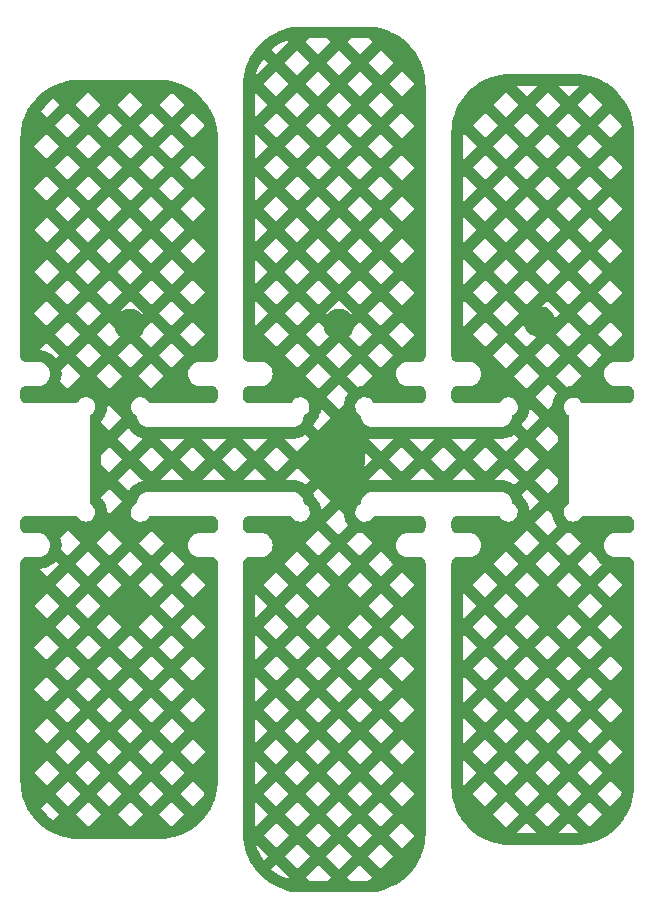
<source format=gbr>
G04 #@! TF.GenerationSoftware,KiCad,Pcbnew,9.0.2*
G04 #@! TF.CreationDate,2025-10-23T20:16:50-04:00*
G04 #@! TF.ProjectId,Trackball,54726163-6b62-4616-9c6c-2e6b69636164,rev?*
G04 #@! TF.SameCoordinates,Original*
G04 #@! TF.FileFunction,Copper,L1,Top*
G04 #@! TF.FilePolarity,Positive*
%FSLAX46Y46*%
G04 Gerber Fmt 4.6, Leading zero omitted, Abs format (unit mm)*
G04 Created by KiCad (PCBNEW 9.0.2) date 2025-10-23 20:16:50*
%MOMM*%
%LPD*%
G01*
G04 APERTURE LIST*
G04 #@! TA.AperFunction,ComponentPad*
%ADD10C,5.000000*%
G04 #@! TD*
G04 #@! TA.AperFunction,ViaPad*
%ADD11C,0.800000*%
G04 #@! TD*
G04 APERTURE END LIST*
D10*
X-17860000Y-81600000D03*
D11*
X-460000Y-70000000D03*
X-260000Y-94000000D03*
X-17460000Y-93800000D03*
X-17460000Y-70200000D03*
X-35160000Y-70200000D03*
X-35260000Y-93800000D03*
G04 #@! TA.AperFunction,Conductor*
G36*
X-15099050Y-44997183D02*
G01*
X-14695789Y-45013738D01*
X-14685617Y-45014579D01*
X-14287700Y-45064061D01*
X-14277599Y-45065743D01*
X-13885116Y-45147926D01*
X-13875215Y-45150431D01*
X-13490853Y-45264752D01*
X-13481193Y-45268065D01*
X-13107601Y-45413738D01*
X-13098230Y-45417845D01*
X-12737936Y-45593883D01*
X-12728961Y-45598737D01*
X-12384440Y-45803930D01*
X-12375862Y-45809532D01*
X-12049483Y-46042468D01*
X-12041411Y-46048748D01*
X-11735373Y-46307858D01*
X-11727851Y-46314780D01*
X-11444259Y-46598282D01*
X-11437342Y-46605794D01*
X-11178134Y-46911753D01*
X-11171855Y-46919818D01*
X-10938806Y-47246137D01*
X-10933215Y-47254692D01*
X-10727924Y-47599130D01*
X-10723045Y-47608140D01*
X-10646510Y-47764662D01*
X-10546903Y-47968363D01*
X-10542787Y-47977744D01*
X-10396995Y-48351295D01*
X-10393683Y-48360940D01*
X-10279243Y-48745254D01*
X-10276728Y-48755181D01*
X-10194421Y-49147639D01*
X-10192739Y-49157725D01*
X-10144174Y-49547253D01*
X-10143132Y-49555612D01*
X-10142285Y-49565824D01*
X-10131349Y-49830194D01*
X-10125606Y-49969017D01*
X-10125500Y-49974142D01*
X-10125500Y-72891874D01*
X-10126561Y-72908059D01*
X-10139537Y-73006623D01*
X-10147915Y-73037890D01*
X-10163145Y-73074659D01*
X-10182823Y-73122167D01*
X-10199005Y-73150197D01*
X-10222910Y-73181350D01*
X-10254541Y-73222571D01*
X-10277428Y-73245458D01*
X-10314536Y-73273933D01*
X-10349800Y-73300992D01*
X-10377834Y-73317177D01*
X-10462109Y-73352084D01*
X-10493375Y-73360462D01*
X-10580208Y-73371894D01*
X-10591941Y-73373439D01*
X-10608126Y-73374500D01*
X-11591715Y-73374500D01*
X-11600000Y-73374500D01*
X-11695027Y-73374500D01*
X-11881844Y-73409423D01*
X-11946427Y-73434442D01*
X-12059057Y-73478075D01*
X-12059061Y-73478077D01*
X-12059063Y-73478078D01*
X-12220649Y-73578128D01*
X-12361100Y-73706166D01*
X-12475633Y-73857831D01*
X-12518339Y-73943597D01*
X-12560341Y-74027948D01*
X-12560347Y-74027960D01*
X-12612357Y-74210758D01*
X-12629893Y-74400000D01*
X-12612357Y-74589242D01*
X-12560347Y-74772040D01*
X-12475633Y-74942169D01*
X-12361100Y-75093834D01*
X-12220649Y-75221872D01*
X-12059063Y-75321922D01*
X-11881844Y-75390577D01*
X-11695027Y-75425500D01*
X-11610562Y-75425500D01*
X-10608285Y-75425500D01*
X-10608126Y-75425500D01*
X-10591940Y-75426561D01*
X-10493375Y-75439537D01*
X-10462109Y-75447915D01*
X-10451696Y-75452228D01*
X-10377828Y-75482825D01*
X-10349805Y-75499003D01*
X-10277433Y-75554537D01*
X-10277428Y-75554541D01*
X-10254543Y-75577426D01*
X-10199003Y-75649805D01*
X-10182825Y-75677828D01*
X-10163146Y-75725338D01*
X-10147915Y-75762109D01*
X-10139537Y-75793376D01*
X-10126561Y-75891940D01*
X-10125500Y-75908125D01*
X-10125500Y-76391874D01*
X-10126561Y-76408059D01*
X-10139537Y-76506623D01*
X-10147915Y-76537890D01*
X-10157580Y-76561224D01*
X-10182823Y-76622167D01*
X-10199005Y-76650197D01*
X-10221863Y-76679985D01*
X-10254541Y-76722571D01*
X-10277428Y-76745458D01*
X-10314536Y-76773933D01*
X-10349800Y-76800992D01*
X-10377834Y-76817177D01*
X-10462109Y-76852084D01*
X-10493375Y-76860462D01*
X-10574987Y-76871207D01*
X-10591941Y-76873439D01*
X-10608126Y-76874500D01*
X-14460193Y-76874500D01*
X-14527232Y-76854815D01*
X-14561434Y-76817540D01*
X-14563529Y-76818941D01*
X-14567124Y-76813563D01*
X-14567126Y-76813559D01*
X-14619300Y-76735519D01*
X-14659256Y-76675753D01*
X-14777838Y-76559934D01*
X-14777842Y-76559930D01*
X-14917767Y-76471080D01*
X-14917781Y-76471073D01*
X-15073028Y-76413012D01*
X-15073034Y-76413011D01*
X-15236935Y-76388238D01*
X-15236936Y-76388238D01*
X-15402422Y-76397823D01*
X-15562364Y-76441353D01*
X-15562365Y-76441353D01*
X-15562366Y-76441354D01*
X-15709884Y-76516957D01*
X-15709885Y-76516958D01*
X-15838624Y-76621375D01*
X-15886161Y-76679985D01*
X-15943043Y-76750116D01*
X-16018646Y-76897634D01*
X-16062177Y-77057578D01*
X-16071762Y-77223064D01*
X-16046989Y-77386965D01*
X-16046987Y-77386969D01*
X-16046987Y-77386971D01*
X-16038833Y-77408773D01*
X-15988924Y-77542225D01*
X-15900067Y-77682160D01*
X-15794881Y-77789854D01*
X-15786614Y-77798319D01*
X-15784244Y-77800745D01*
X-15646441Y-77892874D01*
X-15646436Y-77892875D01*
X-15641059Y-77896471D01*
X-15642595Y-77898769D01*
X-15601179Y-77938915D01*
X-15587014Y-77984490D01*
X-15586440Y-77984389D01*
X-15585645Y-77988897D01*
X-15585542Y-77989229D01*
X-15585500Y-77989707D01*
X-15585500Y-77989720D01*
X-15554341Y-78166433D01*
X-15492969Y-78335051D01*
X-15403249Y-78490450D01*
X-15287908Y-78627908D01*
X-15150450Y-78743249D01*
X-14995051Y-78832969D01*
X-14826433Y-78894341D01*
X-14649720Y-78925500D01*
X-14649718Y-78925500D01*
X-3734190Y-78925500D01*
X-3734188Y-78925500D01*
X-3557475Y-78894341D01*
X-3388857Y-78832969D01*
X-3388854Y-78832967D01*
X-3388853Y-78832967D01*
X-3388852Y-78832966D01*
X-3233464Y-78743253D01*
X-3233461Y-78743251D01*
X-3233458Y-78743249D01*
X-3232397Y-78742359D01*
X-1979699Y-78742359D01*
X-1545517Y-79176540D01*
X-483442Y-78114465D01*
X-1311218Y-77286689D01*
X-1311668Y-77295977D01*
X-1312148Y-77302419D01*
X-1316068Y-77341316D01*
X-1316883Y-77347727D01*
X-1350107Y-77563803D01*
X-1351255Y-77570161D01*
X-1359201Y-77608439D01*
X-1360679Y-77614729D01*
X-1373892Y-77665047D01*
X-1375695Y-77671252D01*
X-1387578Y-77708489D01*
X-1389702Y-77714589D01*
X-1466919Y-77919112D01*
X-1469357Y-77925094D01*
X-1485053Y-77960903D01*
X-1487801Y-77966754D01*
X-1511141Y-78013249D01*
X-1514188Y-78018944D01*
X-1533516Y-78052911D01*
X-1536856Y-78058440D01*
X-1654724Y-78242561D01*
X-1658350Y-78247913D01*
X-1681125Y-78279709D01*
X-1685024Y-78284862D01*
X-1717482Y-78325522D01*
X-1721642Y-78330464D01*
X-1747575Y-78359689D01*
X-1751986Y-78364406D01*
X-1890900Y-78505426D01*
X-1960574Y-78696850D01*
X-1962534Y-78701889D01*
X-1975054Y-78732117D01*
X-1977232Y-78737068D01*
X-1979699Y-78742359D01*
X-3232397Y-78742359D01*
X-3096000Y-78627908D01*
X-2980659Y-78490450D01*
X-2980657Y-78490446D01*
X-2980654Y-78490443D01*
X-2890941Y-78335055D01*
X-2890940Y-78335054D01*
X-2829566Y-78166432D01*
X-2797468Y-77984389D01*
X-2796377Y-77984581D01*
X-2772956Y-77924716D01*
X-2741402Y-77898344D01*
X-2742462Y-77896744D01*
X-2737056Y-77893167D01*
X-2737055Y-77893167D01*
X-2598123Y-77801248D01*
X-2481218Y-77682570D01*
X-2480955Y-77682160D01*
X-2437788Y-77614729D01*
X-2391402Y-77542270D01*
X-2391398Y-77542260D01*
X-2332562Y-77386422D01*
X-2307244Y-77221764D01*
X-2316547Y-77055443D01*
X-2351590Y-76925963D01*
X-2360068Y-76894639D01*
X-2360068Y-76894638D01*
X-2360069Y-76894636D01*
X-2435918Y-76746326D01*
X-2436297Y-76745859D01*
X-2540822Y-76616914D01*
X-2670231Y-76512012D01*
X-2670232Y-76512011D01*
X-2670234Y-76512010D01*
X-2818544Y-76436161D01*
X-2818546Y-76436160D01*
X-2818547Y-76436160D01*
X-2898948Y-76414400D01*
X-2979352Y-76392639D01*
X-2979350Y-76392639D01*
X-3145672Y-76383336D01*
X-3310330Y-76408654D01*
X-3466168Y-76467490D01*
X-3466169Y-76467490D01*
X-3466178Y-76467494D01*
X-3552586Y-76522810D01*
X-3606474Y-76557307D01*
X-3606475Y-76557308D01*
X-3606478Y-76557310D01*
X-3725156Y-76674215D01*
X-3817042Y-76813097D01*
X-3820652Y-76818554D01*
X-3823095Y-76816937D01*
X-3862673Y-76858126D01*
X-3924258Y-76874500D01*
X-7455783Y-76874500D01*
X-7471967Y-76873439D01*
X-7488922Y-76871207D01*
X-7570533Y-76860462D01*
X-7601799Y-76852084D01*
X-7686074Y-76817177D01*
X-7714110Y-76800991D01*
X-7786480Y-76745458D01*
X-7809367Y-76722571D01*
X-7864900Y-76650201D01*
X-7881086Y-76622165D01*
X-7915993Y-76537890D01*
X-7924371Y-76506624D01*
X-7936374Y-76415455D01*
X-7937348Y-76408058D01*
X-7938409Y-76391874D01*
X-7938409Y-76346699D01*
X-839826Y-76346699D01*
X222248Y-77408773D01*
X597846Y-77033175D01*
X623002Y-76848191D01*
X624087Y-76841559D01*
X631740Y-76801628D01*
X633184Y-76795065D01*
X646231Y-76742560D01*
X648026Y-76736088D01*
X659948Y-76697235D01*
X662092Y-76690869D01*
X739759Y-76479351D01*
X742245Y-76473108D01*
X758305Y-76435760D01*
X761125Y-76429663D01*
X785157Y-76381192D01*
X788303Y-76375256D01*
X808304Y-76339871D01*
X811767Y-76334114D01*
X933107Y-76144244D01*
X936879Y-76138681D01*
X960598Y-76105657D01*
X964664Y-76100308D01*
X997313Y-76059689D01*
X222248Y-75284624D01*
X-839826Y-76346699D01*
X-7938409Y-76346699D01*
X-7938409Y-75908125D01*
X-7937348Y-75891939D01*
X-7924371Y-75793375D01*
X-7915993Y-75762109D01*
X-7881086Y-75677834D01*
X-7864900Y-75649798D01*
X-7864897Y-75649795D01*
X-7840996Y-75618646D01*
X-7809367Y-75577428D01*
X-7786480Y-75554541D01*
X-7749365Y-75526061D01*
X-7714106Y-75499005D01*
X-7686077Y-75482823D01*
X-7646558Y-75466454D01*
X-7601799Y-75447915D01*
X-7570532Y-75439537D01*
X-7471968Y-75426561D01*
X-7455783Y-75425500D01*
X-6368884Y-75425500D01*
X-6368882Y-75425500D01*
X-6182065Y-75390577D01*
X-6004846Y-75321922D01*
X-5843260Y-75221872D01*
X-5702809Y-75093834D01*
X-5588276Y-74942169D01*
X-5537490Y-74840177D01*
X-5503562Y-74772042D01*
X-5451551Y-74589239D01*
X-5450596Y-74578932D01*
X-2607593Y-74578932D01*
X-1545518Y-75641007D01*
X-483443Y-74578932D01*
X927941Y-74578932D01*
X1843590Y-75494581D01*
X1866962Y-75486000D01*
X1873327Y-75483856D01*
X1912180Y-75471934D01*
X1918652Y-75470139D01*
X1971157Y-75457092D01*
X1977720Y-75455648D01*
X2017651Y-75447995D01*
X2024283Y-75446910D01*
X2209267Y-75421754D01*
X3052090Y-74578931D01*
X1990015Y-73516857D01*
X927941Y-74578932D01*
X-483443Y-74578932D01*
X-1545518Y-73516857D01*
X-2607593Y-74578932D01*
X-5450596Y-74578932D01*
X-5434016Y-74400000D01*
X-5434016Y-74399999D01*
X-5451551Y-74210760D01*
X-5503562Y-74027957D01*
X-5588276Y-73857830D01*
X-5702810Y-73706164D01*
X-5843258Y-73578129D01*
X-6004847Y-73478077D01*
X-6004851Y-73478075D01*
X-6134731Y-73427760D01*
X-6182065Y-73409423D01*
X-6368882Y-73374500D01*
X-6368884Y-73374500D01*
X-7455783Y-73374500D01*
X-7471967Y-73373439D01*
X-7482153Y-73372098D01*
X-7570533Y-73360462D01*
X-7601799Y-73352084D01*
X-7686074Y-73317177D01*
X-7714110Y-73300991D01*
X-7786480Y-73245458D01*
X-7809367Y-73222571D01*
X-7864900Y-73150201D01*
X-7881086Y-73122165D01*
X-7915993Y-73037890D01*
X-7924371Y-73006624D01*
X-7937347Y-72908067D01*
X-7938408Y-72891881D01*
X-7938408Y-72811165D01*
X-4375360Y-72811165D01*
X-3313285Y-73873240D01*
X-2251210Y-72811165D01*
X-839826Y-72811165D01*
X222248Y-73873239D01*
X1284323Y-72811165D01*
X2695708Y-72811165D01*
X3757782Y-73873239D01*
X4336412Y-73294608D01*
X4346801Y-73279445D01*
X4350143Y-73274800D01*
X4492467Y-73086333D01*
X4496023Y-73081844D01*
X4518160Y-73055185D01*
X4521920Y-73050864D01*
X4552991Y-73016780D01*
X4556948Y-73012636D01*
X4581457Y-72988127D01*
X4585600Y-72984171D01*
X4760134Y-72825062D01*
X4764454Y-72821302D01*
X4791111Y-72799166D01*
X4795600Y-72795610D01*
X4800557Y-72791865D01*
X3757782Y-71749090D01*
X2695708Y-72811165D01*
X1284323Y-72811165D01*
X222248Y-71749090D01*
X-839826Y-72811165D01*
X-2251210Y-72811165D01*
X-3313285Y-71749090D01*
X-4375360Y-72811165D01*
X-7938408Y-72811165D01*
X-7938408Y-71043398D01*
X-6143127Y-71043398D01*
X-5081052Y-72105473D01*
X-4018977Y-71043398D01*
X-2607593Y-71043398D01*
X-1545518Y-72105473D01*
X-736720Y-71296675D01*
X-760399Y-71292925D01*
X-779319Y-71288383D01*
X-958958Y-71230015D01*
X-976935Y-71222569D01*
X-1145232Y-71136817D01*
X-1161822Y-71126650D01*
X-1276409Y-71043398D01*
X927941Y-71043398D01*
X1990015Y-72105472D01*
X3052090Y-71043398D01*
X4463474Y-71043398D01*
X5525549Y-72105472D01*
X6512592Y-71118430D01*
X6512592Y-70968366D01*
X5525549Y-69981323D01*
X4463474Y-71043398D01*
X3052090Y-71043398D01*
X1990015Y-69981323D01*
X927941Y-71043398D01*
X-1276409Y-71043398D01*
X-1314633Y-71015627D01*
X-1329429Y-71002990D01*
X-1462990Y-70869429D01*
X-1475627Y-70854633D01*
X-1586650Y-70701822D01*
X-1596817Y-70685232D01*
X-1682569Y-70516935D01*
X-1690015Y-70498958D01*
X-1748383Y-70319319D01*
X-1752925Y-70300399D01*
X-1768193Y-70203998D01*
X-2607593Y-71043398D01*
X-4018977Y-71043398D01*
X-5081052Y-69981323D01*
X-6143127Y-71043398D01*
X-7938408Y-71043398D01*
X-7938408Y-68305145D01*
X-6940408Y-68305145D01*
X-6940408Y-70246117D01*
X-6848819Y-70337706D01*
X-5786744Y-69275631D01*
X-4375360Y-69275631D01*
X-3313285Y-70337706D01*
X-2251210Y-69275631D01*
X-2835035Y-68691806D01*
X-256001Y-68691806D01*
X-159601Y-68707075D01*
X-140681Y-68711617D01*
X38958Y-68769985D01*
X56935Y-68777431D01*
X225232Y-68863183D01*
X241822Y-68873350D01*
X394633Y-68984373D01*
X409429Y-68997010D01*
X542990Y-69130571D01*
X555627Y-69145367D01*
X666650Y-69298178D01*
X676817Y-69314768D01*
X762569Y-69483065D01*
X770015Y-69501042D01*
X828383Y-69680681D01*
X832925Y-69699601D01*
X836675Y-69723278D01*
X1284322Y-69275631D01*
X2695708Y-69275631D01*
X3757782Y-70337705D01*
X4819857Y-69275631D01*
X3757782Y-68213556D01*
X2695708Y-69275631D01*
X1284322Y-69275631D01*
X1284323Y-69275630D01*
X222248Y-68213556D01*
X-256001Y-68691806D01*
X-2835035Y-68691806D01*
X-3313285Y-68213556D01*
X-4375360Y-69275631D01*
X-5786744Y-69275631D01*
X-6848819Y-68213556D01*
X-6940408Y-68305145D01*
X-7938408Y-68305145D01*
X-7938408Y-67507864D01*
X-6143127Y-67507864D01*
X-5081052Y-68569939D01*
X-4018977Y-67507864D01*
X-2607593Y-67507864D01*
X-1545518Y-68569939D01*
X-483443Y-67507864D01*
X927941Y-67507864D01*
X1990015Y-68569938D01*
X3052090Y-67507864D01*
X4463474Y-67507864D01*
X5525549Y-68569938D01*
X6512592Y-67582896D01*
X6512592Y-67432832D01*
X5525549Y-66445789D01*
X4463474Y-67507864D01*
X3052090Y-67507864D01*
X1990015Y-66445789D01*
X927941Y-67507864D01*
X-483443Y-67507864D01*
X-1545518Y-66445789D01*
X-2607593Y-67507864D01*
X-4018977Y-67507864D01*
X-5081052Y-66445789D01*
X-6143127Y-67507864D01*
X-7938408Y-67507864D01*
X-7938408Y-64769611D01*
X-6940408Y-64769611D01*
X-6940408Y-66710583D01*
X-6848819Y-66802172D01*
X-5786744Y-65740097D01*
X-4375360Y-65740097D01*
X-3313285Y-66802172D01*
X-2251210Y-65740097D01*
X-839826Y-65740097D01*
X222248Y-66802171D01*
X1284323Y-65740097D01*
X2695708Y-65740097D01*
X3757782Y-66802171D01*
X4819857Y-65740097D01*
X3757782Y-64678022D01*
X2695708Y-65740097D01*
X1284323Y-65740097D01*
X222248Y-64678022D01*
X-839826Y-65740097D01*
X-2251210Y-65740097D01*
X-3313285Y-64678022D01*
X-4375360Y-65740097D01*
X-5786744Y-65740097D01*
X-6848819Y-64678022D01*
X-6940408Y-64769611D01*
X-7938408Y-64769611D01*
X-7938408Y-63972330D01*
X-6143127Y-63972330D01*
X-5081052Y-65034405D01*
X-4018977Y-63972330D01*
X-2607593Y-63972330D01*
X-1545518Y-65034405D01*
X-483443Y-63972330D01*
X927941Y-63972330D01*
X1990015Y-65034404D01*
X3052090Y-63972330D01*
X4463474Y-63972330D01*
X5525549Y-65034404D01*
X6512592Y-64047362D01*
X6512592Y-63897298D01*
X5525549Y-62910255D01*
X4463474Y-63972330D01*
X3052090Y-63972330D01*
X1990015Y-62910255D01*
X927941Y-63972330D01*
X-483443Y-63972330D01*
X-1545518Y-62910255D01*
X-2607593Y-63972330D01*
X-4018977Y-63972330D01*
X-5081052Y-62910255D01*
X-6143127Y-63972330D01*
X-7938408Y-63972330D01*
X-7938408Y-61234077D01*
X-6940408Y-61234077D01*
X-6940408Y-63175049D01*
X-6848819Y-63266638D01*
X-5786744Y-62204563D01*
X-4375360Y-62204563D01*
X-3313285Y-63266638D01*
X-2251210Y-62204563D01*
X-839826Y-62204563D01*
X222248Y-63266637D01*
X1284323Y-62204563D01*
X2695708Y-62204563D01*
X3757782Y-63266637D01*
X4819857Y-62204563D01*
X3757782Y-61142488D01*
X2695708Y-62204563D01*
X1284323Y-62204563D01*
X222248Y-61142488D01*
X-839826Y-62204563D01*
X-2251210Y-62204563D01*
X-3313285Y-61142488D01*
X-4375360Y-62204563D01*
X-5786744Y-62204563D01*
X-6848819Y-61142488D01*
X-6940408Y-61234077D01*
X-7938408Y-61234077D01*
X-7938408Y-60436796D01*
X-6143127Y-60436796D01*
X-5081052Y-61498871D01*
X-4018977Y-60436796D01*
X-2607593Y-60436796D01*
X-1545518Y-61498871D01*
X-483443Y-60436796D01*
X927941Y-60436796D01*
X1990015Y-61498870D01*
X3052090Y-60436796D01*
X4463474Y-60436796D01*
X5525549Y-61498870D01*
X6512592Y-60511828D01*
X6512592Y-60361764D01*
X5525549Y-59374721D01*
X4463474Y-60436796D01*
X3052090Y-60436796D01*
X1990015Y-59374721D01*
X927941Y-60436796D01*
X-483443Y-60436796D01*
X-1545518Y-59374721D01*
X-2607593Y-60436796D01*
X-4018977Y-60436796D01*
X-5081052Y-59374721D01*
X-6143127Y-60436796D01*
X-7938408Y-60436796D01*
X-7938408Y-57698543D01*
X-6940408Y-57698543D01*
X-6940408Y-59639515D01*
X-6848819Y-59731104D01*
X-5786744Y-58669029D01*
X-4375360Y-58669029D01*
X-3313285Y-59731104D01*
X-2251210Y-58669029D01*
X-839826Y-58669029D01*
X222248Y-59731103D01*
X1284323Y-58669029D01*
X2695708Y-58669029D01*
X3757782Y-59731103D01*
X4819857Y-58669029D01*
X3757782Y-57606954D01*
X2695708Y-58669029D01*
X1284323Y-58669029D01*
X222248Y-57606954D01*
X-839826Y-58669029D01*
X-2251210Y-58669029D01*
X-3313285Y-57606954D01*
X-4375360Y-58669029D01*
X-5786744Y-58669029D01*
X-6848819Y-57606954D01*
X-6940408Y-57698543D01*
X-7938408Y-57698543D01*
X-7938408Y-56901262D01*
X-6143126Y-56901262D01*
X-5081052Y-57963337D01*
X-4018977Y-56901262D01*
X-2607592Y-56901262D01*
X-1545518Y-57963337D01*
X-483443Y-56901262D01*
X927941Y-56901262D01*
X1990015Y-57963336D01*
X3052090Y-56901262D01*
X4463474Y-56901262D01*
X5525549Y-57963336D01*
X6512592Y-56976294D01*
X6512592Y-56826230D01*
X5525549Y-55839187D01*
X4463474Y-56901262D01*
X3052090Y-56901262D01*
X1990015Y-55839187D01*
X927941Y-56901262D01*
X-483443Y-56901262D01*
X-1545518Y-55839187D01*
X-2607592Y-56901262D01*
X-4018977Y-56901262D01*
X-5081052Y-55839187D01*
X-6143126Y-56901262D01*
X-7938408Y-56901262D01*
X-7938408Y-54163009D01*
X-6940408Y-54163009D01*
X-6940408Y-56103981D01*
X-6848819Y-56195570D01*
X-5786744Y-55133495D01*
X-4375359Y-55133495D01*
X-3313285Y-56195570D01*
X-2251210Y-55133495D01*
X-839825Y-55133495D01*
X222248Y-56195569D01*
X1284323Y-55133495D01*
X2695708Y-55133495D01*
X3757782Y-56195569D01*
X4819857Y-55133495D01*
X3757782Y-54071420D01*
X2695708Y-55133495D01*
X1284323Y-55133495D01*
X222248Y-54071420D01*
X-839825Y-55133495D01*
X-2251210Y-55133495D01*
X-3313285Y-54071420D01*
X-4375359Y-55133495D01*
X-5786744Y-55133495D01*
X-6848819Y-54071420D01*
X-6940408Y-54163009D01*
X-7938408Y-54163009D01*
X-7938408Y-53975877D01*
X-7938302Y-53970753D01*
X-7921635Y-53567731D01*
X-7920789Y-53557520D01*
X-7896887Y-53365728D01*
X-6143126Y-53365728D01*
X-5081052Y-54427803D01*
X-4018977Y-53365728D01*
X-2607592Y-53365728D01*
X-1545518Y-54427803D01*
X-483443Y-53365728D01*
X927941Y-53365728D01*
X1990015Y-54427802D01*
X3052090Y-53365728D01*
X4463474Y-53365728D01*
X5525548Y-54427802D01*
X6477310Y-53476040D01*
X6457493Y-53317091D01*
X6435866Y-53213970D01*
X5525549Y-52303653D01*
X4463474Y-53365728D01*
X3052090Y-53365728D01*
X1990015Y-52303653D01*
X927941Y-53365728D01*
X-483443Y-53365728D01*
X-1545518Y-52303653D01*
X-2607592Y-53365728D01*
X-4018977Y-53365728D01*
X-5081052Y-52303653D01*
X-6143126Y-53365728D01*
X-7896887Y-53365728D01*
X-7871223Y-53159795D01*
X-7869537Y-53149688D01*
X-7787301Y-52757407D01*
X-7784786Y-52747474D01*
X-7670446Y-52363330D01*
X-7667120Y-52353639D01*
X-7521452Y-51980242D01*
X-7517337Y-51970858D01*
X-7341337Y-51610759D01*
X-7336460Y-51601747D01*
X-7334205Y-51597961D01*
X-4375359Y-51597961D01*
X-3313285Y-52660036D01*
X-2251210Y-51597961D01*
X-839825Y-51597961D01*
X222248Y-52660036D01*
X1284323Y-51597961D01*
X2695708Y-51597961D01*
X3757782Y-52660036D01*
X4819857Y-51597961D01*
X3757782Y-50535887D01*
X2695708Y-51597961D01*
X1284323Y-51597961D01*
X222248Y-50535887D01*
X-839825Y-51597961D01*
X-2251210Y-51597961D01*
X-3313285Y-50535887D01*
X-4375359Y-51597961D01*
X-7334205Y-51597961D01*
X-7131329Y-51257410D01*
X-7125726Y-51248831D01*
X-6892876Y-50922617D01*
X-6886584Y-50914530D01*
X-6627578Y-50608635D01*
X-6620639Y-50601096D01*
X-6337281Y-50317648D01*
X-6329744Y-50310707D01*
X-6327135Y-50308497D01*
X-6176840Y-50181158D01*
X-6023937Y-50051610D01*
X-6015852Y-50045315D01*
X-5947719Y-49996649D01*
X-2441137Y-49996649D01*
X-1545517Y-50892269D01*
X-649331Y-49996083D01*
X-2441137Y-49996649D01*
X-5947719Y-49996649D01*
X-5946157Y-49995533D01*
X1093279Y-49995533D01*
X1990015Y-50892268D01*
X2871803Y-50010480D01*
X2863230Y-50009414D01*
X2514184Y-49995084D01*
X1093279Y-49995533D01*
X-5946157Y-49995533D01*
X-5689713Y-49812362D01*
X-5681136Y-49806755D01*
X-5336849Y-49601508D01*
X-5327838Y-49596630D01*
X-5326809Y-49596127D01*
X-4967807Y-49420521D01*
X-4958426Y-49416404D01*
X-4585068Y-49270615D01*
X-4575400Y-49267293D01*
X-4191265Y-49152823D01*
X-4181350Y-49150309D01*
X-3789067Y-49067944D01*
X-3778997Y-49066261D01*
X-3381259Y-49016565D01*
X-3371066Y-49015717D01*
X-2968040Y-48998923D01*
X-2962995Y-48998816D01*
X-2958212Y-48998815D01*
X-2958196Y-48998815D01*
X-2958195Y-48998814D01*
X2531995Y-48997080D01*
X2537041Y-48997183D01*
X2940300Y-49013738D01*
X2950475Y-49014579D01*
X3348398Y-49064063D01*
X3358481Y-49065742D01*
X3749543Y-49147627D01*
X3750957Y-49147923D01*
X3760894Y-49150437D01*
X3775244Y-49154705D01*
X4145229Y-49264750D01*
X4154904Y-49268069D01*
X4368342Y-49351294D01*
X4528481Y-49413736D01*
X4537869Y-49417851D01*
X4898145Y-49593879D01*
X4907140Y-49598744D01*
X4992031Y-49649304D01*
X5251650Y-49803931D01*
X5260232Y-49809536D01*
X5586597Y-50042461D01*
X5594688Y-50048756D01*
X5900718Y-50307859D01*
X5908238Y-50314780D01*
X5969984Y-50376506D01*
X6191817Y-50598269D01*
X6198761Y-50605810D01*
X6457946Y-50911742D01*
X6464243Y-50919830D01*
X6697274Y-51246124D01*
X6702882Y-51254705D01*
X6908165Y-51599131D01*
X6913045Y-51608145D01*
X7089186Y-51968364D01*
X7093304Y-51977751D01*
X7239086Y-52351271D01*
X7242415Y-52360967D01*
X7356846Y-52745255D01*
X7359363Y-52755191D01*
X7441665Y-53147627D01*
X7443352Y-53157738D01*
X7492957Y-53555612D01*
X7493804Y-53565828D01*
X7510486Y-53969069D01*
X7510592Y-53974194D01*
X7510592Y-72891874D01*
X7509531Y-72908059D01*
X7496555Y-73006622D01*
X7488177Y-73037889D01*
X7468111Y-73086333D01*
X7453268Y-73122167D01*
X7437082Y-73150200D01*
X7381552Y-73222567D01*
X7358663Y-73245456D01*
X7286295Y-73300985D01*
X7258260Y-73317171D01*
X7173981Y-73352079D01*
X7142714Y-73360456D01*
X7053510Y-73372199D01*
X7044090Y-73373439D01*
X7027908Y-73374500D01*
X6044377Y-73374500D01*
X6036092Y-73374500D01*
X5941065Y-73374500D01*
X5754248Y-73409422D01*
X5754245Y-73409422D01*
X5754245Y-73409423D01*
X5577030Y-73478075D01*
X5577029Y-73478076D01*
X5415440Y-73578128D01*
X5274992Y-73706162D01*
X5160459Y-73857828D01*
X5160454Y-73857836D01*
X5075748Y-74027948D01*
X5075743Y-74027961D01*
X5023732Y-74210758D01*
X5006197Y-74399999D01*
X5006197Y-74400000D01*
X5023732Y-74589241D01*
X5023733Y-74589243D01*
X5075744Y-74772041D01*
X5075744Y-74772042D01*
X5075748Y-74772051D01*
X5160454Y-74942163D01*
X5160459Y-74942171D01*
X5274992Y-75093837D01*
X5395817Y-75203982D01*
X5415442Y-75221873D01*
X5577028Y-75321923D01*
X5577029Y-75321923D01*
X5577030Y-75321924D01*
X5614573Y-75336468D01*
X5754248Y-75390578D01*
X5941065Y-75425500D01*
X6025530Y-75425500D01*
X7027807Y-75425500D01*
X7027968Y-75425500D01*
X7044151Y-75426560D01*
X7142718Y-75439536D01*
X7173984Y-75447913D01*
X7258264Y-75482821D01*
X7286298Y-75499006D01*
X7358669Y-75554538D01*
X7381553Y-75577421D01*
X7437089Y-75649795D01*
X7453274Y-75677829D01*
X7488183Y-75762107D01*
X7496561Y-75793373D01*
X7507226Y-75874373D01*
X7509209Y-75889438D01*
X7509531Y-75891879D01*
X7510592Y-75908066D01*
X7510592Y-76391874D01*
X7509531Y-76408059D01*
X7496555Y-76506622D01*
X7488177Y-76537889D01*
X7475998Y-76567292D01*
X7453268Y-76622167D01*
X7437082Y-76650200D01*
X7381552Y-76722567D01*
X7358663Y-76745456D01*
X7286295Y-76800985D01*
X7258260Y-76817171D01*
X7173981Y-76852079D01*
X7142714Y-76860456D01*
X7061047Y-76871207D01*
X7044090Y-76873439D01*
X7027908Y-76874500D01*
X3173836Y-76874500D01*
X3106797Y-76854815D01*
X3070365Y-76816235D01*
X3069668Y-76816736D01*
X3065971Y-76811582D01*
X3065854Y-76811458D01*
X3065749Y-76811273D01*
X3065749Y-76811272D01*
X2965950Y-76672136D01*
X2842670Y-76561405D01*
X2838563Y-76557716D01*
X2704436Y-76481796D01*
X2689554Y-76473372D01*
X2689553Y-76473371D01*
X2689552Y-76473371D01*
X2553310Y-76431475D01*
X2525891Y-76423044D01*
X2355234Y-76409090D01*
X2185570Y-76432162D01*
X2024840Y-76491180D01*
X2024835Y-76491183D01*
X1880553Y-76583389D01*
X1759481Y-76704461D01*
X1667275Y-76848743D01*
X1667272Y-76848748D01*
X1608254Y-77009478D01*
X1597034Y-77091988D01*
X1585182Y-77179142D01*
X1599136Y-77349799D01*
X1599137Y-77349802D01*
X1619690Y-77416641D01*
X1649464Y-77513462D01*
X1665773Y-77542275D01*
X1733808Y-77662471D01*
X1751906Y-77682620D01*
X1848228Y-77789858D01*
X1939892Y-77855606D01*
X1987058Y-77889438D01*
X1987364Y-77889657D01*
X1987368Y-77889658D01*
X1987536Y-77889754D01*
X1987623Y-77889843D01*
X1992828Y-77893577D01*
X1992159Y-77894508D01*
X2036245Y-77939846D01*
X2050592Y-77997744D01*
X2050592Y-85300709D01*
X2030907Y-85367748D01*
X1991092Y-85404813D01*
X1991660Y-85405628D01*
X1843626Y-85508738D01*
X1843626Y-85508739D01*
X1726035Y-85636514D01*
X1638930Y-85786743D01*
X1638930Y-85786744D01*
X1586458Y-85952272D01*
X1586458Y-85952273D01*
X1571110Y-86125246D01*
X1593618Y-86297434D01*
X1634787Y-86410760D01*
X1652910Y-86460647D01*
X1746167Y-86607132D01*
X1868957Y-86729922D01*
X1919512Y-86762107D01*
X2014444Y-86822545D01*
X2015442Y-86823180D01*
X2147132Y-86871019D01*
X2176878Y-86881825D01*
X2178657Y-86882471D01*
X2350843Y-86904979D01*
X2523815Y-86889631D01*
X2689348Y-86837159D01*
X2839574Y-86750056D01*
X2967350Y-86632463D01*
X3066602Y-86489972D01*
X3066603Y-86489968D01*
X3070460Y-86484432D01*
X3071480Y-86485143D01*
X3115941Y-86440674D01*
X3175379Y-86425500D01*
X7027807Y-86425500D01*
X7027968Y-86425500D01*
X7044151Y-86426560D01*
X7142718Y-86439536D01*
X7173983Y-86447912D01*
X7204368Y-86460498D01*
X7258264Y-86482821D01*
X7286298Y-86499006D01*
X7358669Y-86554538D01*
X7381553Y-86577421D01*
X7437089Y-86649795D01*
X7453274Y-86677829D01*
X7488183Y-86762107D01*
X7496561Y-86793373D01*
X7505973Y-86864857D01*
X7509209Y-86889438D01*
X7509531Y-86891879D01*
X7510592Y-86908066D01*
X7510592Y-87391874D01*
X7509531Y-87408059D01*
X7496555Y-87506622D01*
X7488177Y-87537891D01*
X7453268Y-87622167D01*
X7437082Y-87650200D01*
X7381552Y-87722567D01*
X7358663Y-87745456D01*
X7286295Y-87800985D01*
X7258260Y-87817171D01*
X7173981Y-87852079D01*
X7142714Y-87860456D01*
X7053510Y-87872199D01*
X7044090Y-87873439D01*
X7027908Y-87874500D01*
X6044377Y-87874500D01*
X6036092Y-87874500D01*
X5941065Y-87874500D01*
X5754248Y-87909422D01*
X5754245Y-87909422D01*
X5754245Y-87909423D01*
X5577030Y-87978075D01*
X5577029Y-87978076D01*
X5415440Y-88078128D01*
X5274992Y-88206162D01*
X5160459Y-88357828D01*
X5160454Y-88357836D01*
X5075748Y-88527948D01*
X5075743Y-88527961D01*
X5023732Y-88710758D01*
X5006197Y-88899999D01*
X5006197Y-88900000D01*
X5023732Y-89089241D01*
X5023733Y-89089243D01*
X5075744Y-89272041D01*
X5075744Y-89272042D01*
X5075748Y-89272051D01*
X5160454Y-89442163D01*
X5160459Y-89442171D01*
X5274992Y-89593837D01*
X5395817Y-89703982D01*
X5415442Y-89721873D01*
X5577028Y-89821923D01*
X5577029Y-89821923D01*
X5577030Y-89821924D01*
X5614573Y-89836468D01*
X5754248Y-89890578D01*
X5941065Y-89925500D01*
X6025530Y-89925500D01*
X7027807Y-89925500D01*
X7027968Y-89925500D01*
X7044151Y-89926560D01*
X7142718Y-89939536D01*
X7173984Y-89947913D01*
X7258264Y-89982821D01*
X7286298Y-89999006D01*
X7358669Y-90054538D01*
X7381553Y-90077421D01*
X7437089Y-90149795D01*
X7453274Y-90177829D01*
X7488183Y-90262107D01*
X7496561Y-90293373D01*
X7507226Y-90374373D01*
X7509209Y-90389438D01*
X7509531Y-90391879D01*
X7510592Y-90408066D01*
X7510592Y-109325857D01*
X7510486Y-109330983D01*
X7493806Y-109734172D01*
X7492959Y-109744387D01*
X7443354Y-110142261D01*
X7441667Y-110152372D01*
X7359364Y-110544811D01*
X7356847Y-110554748D01*
X7242417Y-110939031D01*
X7239088Y-110948726D01*
X7093306Y-111322249D01*
X7089188Y-111331636D01*
X6913047Y-111691855D01*
X6908167Y-111700869D01*
X6702884Y-112045294D01*
X6697276Y-112053875D01*
X6464245Y-112380169D01*
X6457948Y-112388257D01*
X6198762Y-112694190D01*
X6191818Y-112701731D01*
X5908250Y-112985210D01*
X5900708Y-112992151D01*
X5594689Y-113251244D01*
X5586598Y-113257539D01*
X5260233Y-113490464D01*
X5251651Y-113496069D01*
X4907151Y-113701250D01*
X4898134Y-113706127D01*
X4537870Y-113882149D01*
X4528482Y-113886264D01*
X4154915Y-114031927D01*
X4145219Y-114035253D01*
X3760894Y-114149563D01*
X3750957Y-114152077D01*
X3358498Y-114234255D01*
X3348386Y-114235939D01*
X2950496Y-114285419D01*
X2940280Y-114286263D01*
X2537105Y-114302814D01*
X2531980Y-114302918D01*
X-2939778Y-114301189D01*
X-2958204Y-114301184D01*
X-2958246Y-114301183D01*
X-2962943Y-114301182D01*
X-2968054Y-114301074D01*
X-3371057Y-114284281D01*
X-3381268Y-114283432D01*
X-3778979Y-114233740D01*
X-3789085Y-114232051D01*
X-4181340Y-114149691D01*
X-4191272Y-114147173D01*
X-4575388Y-114032709D01*
X-4585079Y-114029379D01*
X-4958426Y-113883594D01*
X-4967808Y-113879476D01*
X-5327847Y-113703365D01*
X-5336858Y-113698486D01*
X-5681126Y-113493249D01*
X-5689703Y-113487643D01*
X-5946160Y-113304462D01*
X1093282Y-113304462D01*
X2514213Y-113304912D01*
X2863230Y-113290584D01*
X2871803Y-113289518D01*
X1990015Y-112407730D01*
X1093282Y-113304462D01*
X-5946160Y-113304462D01*
X-5947722Y-113303346D01*
X-2441134Y-113303346D01*
X-649334Y-113303912D01*
X-1545517Y-112407729D01*
X-2441134Y-113303346D01*
X-5947722Y-113303346D01*
X-6015844Y-113254688D01*
X-6023928Y-113248394D01*
X-6329749Y-112989286D01*
X-6337287Y-112982344D01*
X-6620638Y-112698903D01*
X-6627577Y-112691364D01*
X-6886583Y-112385468D01*
X-6892875Y-112377381D01*
X-7125725Y-112051167D01*
X-7131329Y-112042588D01*
X-7334203Y-111702038D01*
X-4375360Y-111702038D01*
X-3313285Y-112764113D01*
X-2251210Y-111702038D01*
X-839826Y-111702038D01*
X222248Y-112764112D01*
X1284323Y-111702038D01*
X2695708Y-111702038D01*
X3757782Y-112764112D01*
X4819857Y-111702038D01*
X3757782Y-110639963D01*
X2695708Y-111702038D01*
X1284323Y-111702038D01*
X222248Y-110639963D01*
X-839826Y-111702038D01*
X-2251210Y-111702038D01*
X-3313285Y-110639963D01*
X-4375360Y-111702038D01*
X-7334203Y-111702038D01*
X-7336465Y-111698241D01*
X-7341340Y-111689229D01*
X-7517331Y-111329151D01*
X-7521447Y-111319767D01*
X-7667119Y-110946360D01*
X-7670445Y-110936669D01*
X-7784785Y-110552525D01*
X-7787300Y-110542592D01*
X-7869536Y-110150310D01*
X-7871222Y-110140203D01*
X-7896886Y-109934271D01*
X-6143127Y-109934271D01*
X-5081052Y-110996346D01*
X-4018977Y-109934271D01*
X-2607593Y-109934271D01*
X-1545518Y-110996346D01*
X-483443Y-109934271D01*
X927941Y-109934271D01*
X1990015Y-110996345D01*
X3052090Y-109934271D01*
X4463474Y-109934271D01*
X5525548Y-110996345D01*
X6435868Y-110086025D01*
X6457495Y-109982906D01*
X6477312Y-109823959D01*
X5525549Y-108872196D01*
X4463474Y-109934271D01*
X3052090Y-109934271D01*
X1990015Y-108872196D01*
X927941Y-109934271D01*
X-483443Y-109934271D01*
X-1545518Y-108872196D01*
X-2607593Y-109934271D01*
X-4018977Y-109934271D01*
X-5081052Y-108872196D01*
X-6143127Y-109934271D01*
X-7896886Y-109934271D01*
X-7920788Y-109742478D01*
X-7921634Y-109732267D01*
X-7938302Y-109329212D01*
X-7938408Y-109324088D01*
X-7938408Y-107196018D01*
X-6940408Y-107196018D01*
X-6940408Y-109136990D01*
X-6848819Y-109228579D01*
X-5786744Y-108166504D01*
X-4375360Y-108166504D01*
X-3313285Y-109228579D01*
X-2251210Y-108166504D01*
X-839826Y-108166504D01*
X222248Y-109228578D01*
X1284323Y-108166504D01*
X2695708Y-108166504D01*
X3757782Y-109228578D01*
X4819857Y-108166504D01*
X3757782Y-107104429D01*
X2695708Y-108166504D01*
X1284323Y-108166504D01*
X222248Y-107104429D01*
X-839826Y-108166504D01*
X-2251210Y-108166504D01*
X-3313285Y-107104429D01*
X-4375360Y-108166504D01*
X-5786744Y-108166504D01*
X-6848819Y-107104429D01*
X-6940408Y-107196018D01*
X-7938408Y-107196018D01*
X-7938408Y-106398737D01*
X-6143127Y-106398737D01*
X-5081052Y-107460812D01*
X-4018977Y-106398737D01*
X-2607593Y-106398737D01*
X-1545518Y-107460812D01*
X-483443Y-106398737D01*
X927941Y-106398737D01*
X1990015Y-107460811D01*
X3052090Y-106398737D01*
X4463474Y-106398737D01*
X5525549Y-107460811D01*
X6512592Y-106473769D01*
X6512592Y-106323705D01*
X5525549Y-105336662D01*
X4463474Y-106398737D01*
X3052090Y-106398737D01*
X1990015Y-105336662D01*
X927941Y-106398737D01*
X-483443Y-106398737D01*
X-1545518Y-105336662D01*
X-2607593Y-106398737D01*
X-4018977Y-106398737D01*
X-5081052Y-105336662D01*
X-6143127Y-106398737D01*
X-7938408Y-106398737D01*
X-7938408Y-103660484D01*
X-6940408Y-103660484D01*
X-6940408Y-105601456D01*
X-6848819Y-105693045D01*
X-5786744Y-104630970D01*
X-4375360Y-104630970D01*
X-3313285Y-105693045D01*
X-2251210Y-104630970D01*
X-839826Y-104630970D01*
X222248Y-105693044D01*
X1284323Y-104630970D01*
X2695708Y-104630970D01*
X3757782Y-105693044D01*
X4819857Y-104630970D01*
X3757782Y-103568895D01*
X2695708Y-104630970D01*
X1284323Y-104630970D01*
X222248Y-103568895D01*
X-839826Y-104630970D01*
X-2251210Y-104630970D01*
X-3313285Y-103568895D01*
X-4375360Y-104630970D01*
X-5786744Y-104630970D01*
X-6848819Y-103568895D01*
X-6940408Y-103660484D01*
X-7938408Y-103660484D01*
X-7938408Y-102863203D01*
X-6143127Y-102863203D01*
X-5081052Y-103925278D01*
X-4018977Y-102863203D01*
X-2607593Y-102863203D01*
X-1545518Y-103925278D01*
X-483443Y-102863203D01*
X927941Y-102863203D01*
X1990015Y-103925277D01*
X3052090Y-102863203D01*
X4463474Y-102863203D01*
X5525549Y-103925277D01*
X6512592Y-102938235D01*
X6512592Y-102788171D01*
X5525549Y-101801128D01*
X4463474Y-102863203D01*
X3052090Y-102863203D01*
X1990015Y-101801128D01*
X927941Y-102863203D01*
X-483443Y-102863203D01*
X-1545518Y-101801128D01*
X-2607593Y-102863203D01*
X-4018977Y-102863203D01*
X-5081052Y-101801128D01*
X-6143127Y-102863203D01*
X-7938408Y-102863203D01*
X-7938408Y-100124950D01*
X-6940408Y-100124950D01*
X-6940408Y-102065922D01*
X-6848819Y-102157511D01*
X-5786744Y-101095436D01*
X-4375360Y-101095436D01*
X-3313285Y-102157511D01*
X-2251210Y-101095436D01*
X-839826Y-101095436D01*
X222248Y-102157510D01*
X1284323Y-101095436D01*
X2695708Y-101095436D01*
X3757782Y-102157510D01*
X4819857Y-101095436D01*
X3757782Y-100033361D01*
X2695708Y-101095436D01*
X1284323Y-101095436D01*
X222248Y-100033361D01*
X-839826Y-101095436D01*
X-2251210Y-101095436D01*
X-3313285Y-100033361D01*
X-4375360Y-101095436D01*
X-5786744Y-101095436D01*
X-6848819Y-100033361D01*
X-6940408Y-100124950D01*
X-7938408Y-100124950D01*
X-7938408Y-99327669D01*
X-6143127Y-99327669D01*
X-5081052Y-100389744D01*
X-4018977Y-99327669D01*
X-2607593Y-99327669D01*
X-1545518Y-100389744D01*
X-483443Y-99327669D01*
X927941Y-99327669D01*
X1990015Y-100389743D01*
X3052090Y-99327669D01*
X4463474Y-99327669D01*
X5525549Y-100389743D01*
X6512592Y-99402701D01*
X6512592Y-99252637D01*
X5525549Y-98265594D01*
X4463474Y-99327669D01*
X3052090Y-99327669D01*
X1990015Y-98265594D01*
X927941Y-99327669D01*
X-483443Y-99327669D01*
X-1545518Y-98265594D01*
X-2607593Y-99327669D01*
X-4018977Y-99327669D01*
X-5081052Y-98265594D01*
X-6143127Y-99327669D01*
X-7938408Y-99327669D01*
X-7938408Y-96589416D01*
X-6940408Y-96589416D01*
X-6940408Y-98530388D01*
X-6848819Y-98621977D01*
X-5786744Y-97559902D01*
X-4375360Y-97559902D01*
X-3313285Y-98621977D01*
X-2251210Y-97559902D01*
X-839826Y-97559902D01*
X222248Y-98621976D01*
X1284323Y-97559902D01*
X2695708Y-97559902D01*
X3757782Y-98621976D01*
X4819857Y-97559902D01*
X3757782Y-96497827D01*
X2695708Y-97559902D01*
X1284323Y-97559902D01*
X222248Y-96497827D01*
X-839826Y-97559902D01*
X-2251210Y-97559902D01*
X-3313285Y-96497827D01*
X-4375360Y-97559902D01*
X-5786744Y-97559902D01*
X-6848819Y-96497827D01*
X-6940408Y-96589416D01*
X-7938408Y-96589416D01*
X-7938408Y-95792135D01*
X-6143127Y-95792135D01*
X-5081052Y-96854210D01*
X-4018977Y-95792135D01*
X-2607593Y-95792135D01*
X-1545518Y-96854210D01*
X-483443Y-95792135D01*
X927941Y-95792135D01*
X1990015Y-96854209D01*
X3052090Y-95792135D01*
X4463474Y-95792135D01*
X5525549Y-96854209D01*
X6512592Y-95867167D01*
X6512592Y-95717103D01*
X5525549Y-94730060D01*
X4463474Y-95792135D01*
X3052090Y-95792135D01*
X1990015Y-94730060D01*
X927941Y-95792135D01*
X-483443Y-95792135D01*
X-1545518Y-94730060D01*
X-2607593Y-95792135D01*
X-4018977Y-95792135D01*
X-5081052Y-94730060D01*
X-6143127Y-95792135D01*
X-7938408Y-95792135D01*
X-7938408Y-93053882D01*
X-6940408Y-93053882D01*
X-6940408Y-94994854D01*
X-6848819Y-95086443D01*
X-5786744Y-94024368D01*
X-4375359Y-94024368D01*
X-3313285Y-95086443D01*
X-2251210Y-94024368D01*
X2695708Y-94024368D01*
X3757782Y-95086442D01*
X4819857Y-94024368D01*
X3757782Y-92962293D01*
X2695708Y-94024368D01*
X-2251210Y-94024368D01*
X-3313285Y-92962293D01*
X-4375359Y-94024368D01*
X-5786744Y-94024368D01*
X-6848819Y-92962293D01*
X-6940408Y-93053882D01*
X-7938408Y-93053882D01*
X-7938408Y-92256601D01*
X-6143126Y-92256601D01*
X-5081052Y-93318676D01*
X-4018977Y-92256601D01*
X-2607592Y-92256601D01*
X-1545518Y-93318676D01*
X-483443Y-92256601D01*
X927941Y-92256601D01*
X1990015Y-93318675D01*
X3052090Y-92256601D01*
X4463474Y-92256601D01*
X5525549Y-93318675D01*
X6512592Y-92331633D01*
X6512592Y-92181569D01*
X5525549Y-91194526D01*
X4463474Y-92256601D01*
X3052090Y-92256601D01*
X1990015Y-91194526D01*
X927941Y-92256601D01*
X-483443Y-92256601D01*
X-1545518Y-91194526D01*
X-2607592Y-92256601D01*
X-4018977Y-92256601D01*
X-5081052Y-91194526D01*
X-6143126Y-92256601D01*
X-7938408Y-92256601D01*
X-7938408Y-90488834D01*
X-4375359Y-90488834D01*
X-3313285Y-91550909D01*
X-2251210Y-90488834D01*
X-839825Y-90488834D01*
X222248Y-91550909D01*
X1284323Y-90488834D01*
X2695708Y-90488834D01*
X3757782Y-91550908D01*
X4800557Y-90508133D01*
X4795600Y-90504390D01*
X4791111Y-90500834D01*
X4764454Y-90478698D01*
X4760134Y-90474938D01*
X4585600Y-90315829D01*
X4581457Y-90311873D01*
X4556948Y-90287364D01*
X4552991Y-90283220D01*
X4521920Y-90249136D01*
X4518160Y-90244815D01*
X4496023Y-90218156D01*
X4492467Y-90213667D01*
X4350143Y-90025200D01*
X4346800Y-90020553D01*
X4336413Y-90005391D01*
X3757782Y-89426760D01*
X2695708Y-90488834D01*
X1284323Y-90488834D01*
X222248Y-89426760D01*
X-839825Y-90488834D01*
X-2251210Y-90488834D01*
X-3313285Y-89426760D01*
X-4375359Y-90488834D01*
X-7938408Y-90488834D01*
X-7938408Y-90408123D01*
X-7937347Y-90391938D01*
X-7924371Y-90293376D01*
X-7915993Y-90262109D01*
X-7881086Y-90177834D01*
X-7864900Y-90149798D01*
X-7864897Y-90149795D01*
X-7840996Y-90118646D01*
X-7809367Y-90077428D01*
X-7786480Y-90054541D01*
X-7722428Y-90005391D01*
X-7714106Y-89999005D01*
X-7686077Y-89982823D01*
X-7646558Y-89966454D01*
X-7601799Y-89947915D01*
X-7570532Y-89939537D01*
X-7471968Y-89926561D01*
X-7455783Y-89925500D01*
X-6368884Y-89925500D01*
X-6368882Y-89925500D01*
X-6182065Y-89890577D01*
X-6004846Y-89821922D01*
X-5843260Y-89721872D01*
X-5702809Y-89593834D01*
X-5588276Y-89442169D01*
X-5580603Y-89426759D01*
X-5503562Y-89272042D01*
X-5451551Y-89089239D01*
X-5434016Y-88900000D01*
X-5434016Y-88899999D01*
X-5450596Y-88721067D01*
X-2607592Y-88721067D01*
X-1545518Y-89783142D01*
X-483443Y-88721067D01*
X927940Y-88721067D01*
X1990015Y-89783142D01*
X3052090Y-88721067D01*
X2226199Y-87895176D01*
X2022272Y-87868519D01*
X2015587Y-87867459D01*
X1975330Y-87859943D01*
X1968714Y-87858520D01*
X1915734Y-87845602D01*
X1909195Y-87843817D01*
X1869960Y-87831945D01*
X1863534Y-87829807D01*
X1831014Y-87817993D01*
X927940Y-88721067D01*
X-483443Y-88721067D01*
X-1545518Y-87658993D01*
X-2607592Y-88721067D01*
X-5450596Y-88721067D01*
X-5451551Y-88710760D01*
X-5503562Y-88527957D01*
X-5588276Y-88357830D01*
X-5702810Y-88206164D01*
X-5843258Y-88078129D01*
X-6004847Y-87978077D01*
X-6004851Y-87978075D01*
X-6134731Y-87927760D01*
X-6182065Y-87909423D01*
X-6368882Y-87874500D01*
X-6368884Y-87874500D01*
X-7455783Y-87874500D01*
X-7471967Y-87873439D01*
X-7483172Y-87871964D01*
X-7570533Y-87860462D01*
X-7601799Y-87852084D01*
X-7686074Y-87817177D01*
X-7714110Y-87800991D01*
X-7786480Y-87745458D01*
X-7809367Y-87722571D01*
X-7864900Y-87650201D01*
X-7881086Y-87622165D01*
X-7915993Y-87537890D01*
X-7924371Y-87506624D01*
X-7937348Y-87408060D01*
X-7938409Y-87391874D01*
X-7938409Y-86953300D01*
X-839825Y-86953300D01*
X222248Y-88015374D01*
X984747Y-87252875D01*
X950671Y-87210399D01*
X946582Y-87205008D01*
X922729Y-87171705D01*
X918938Y-87166094D01*
X796396Y-86973610D01*
X792917Y-86967801D01*
X772830Y-86932084D01*
X769671Y-86926090D01*
X745576Y-86877171D01*
X742752Y-86871019D01*
X726682Y-86833333D01*
X724197Y-86827034D01*
X646282Y-86612557D01*
X644144Y-86606129D01*
X632272Y-86566892D01*
X630487Y-86560355D01*
X617569Y-86507374D01*
X616146Y-86500757D01*
X608630Y-86460498D01*
X607570Y-86453813D01*
X580914Y-86249891D01*
X222249Y-85891226D01*
X-839825Y-86953300D01*
X-7938409Y-86953300D01*
X-7938409Y-86908125D01*
X-7937348Y-86891939D01*
X-7936897Y-86888518D01*
X-7931221Y-86845399D01*
X-7924371Y-86793375D01*
X-7915993Y-86762109D01*
X-7881086Y-86677834D01*
X-7864900Y-86649798D01*
X-7864897Y-86649795D01*
X-7836323Y-86612557D01*
X-7809367Y-86577428D01*
X-7786480Y-86554541D01*
X-7723928Y-86506542D01*
X-7714106Y-86499005D01*
X-7686077Y-86482823D01*
X-7632178Y-86460498D01*
X-7601799Y-86447915D01*
X-7570532Y-86439537D01*
X-7471968Y-86426561D01*
X-7455783Y-86425500D01*
X-7455624Y-86425500D01*
X-3923058Y-86425500D01*
X-3856019Y-86445185D01*
X-3819007Y-86484890D01*
X-3818204Y-86484329D01*
X-3814342Y-86489859D01*
X-3814341Y-86489862D01*
X-3715041Y-86632059D01*
X-3587299Y-86749373D01*
X-3437180Y-86836234D01*
X-3320178Y-86873226D01*
X-3271815Y-86888517D01*
X-3271813Y-86888517D01*
X-3271811Y-86888518D01*
X-3271808Y-86888518D01*
X-3271804Y-86888519D01*
X-3099046Y-86903743D01*
X-3099043Y-86903743D01*
X-2927079Y-86881186D01*
X-2882171Y-86864857D01*
X-2764090Y-86821922D01*
X-2764089Y-86821921D01*
X-2764082Y-86821919D01*
X-2617792Y-86728754D01*
X-2617791Y-86728753D01*
X-2617789Y-86728752D01*
X-2495154Y-86606117D01*
X-2462308Y-86554541D01*
X-2401988Y-86459825D01*
X-2401986Y-86459820D01*
X-2401984Y-86459816D01*
X-2342720Y-86296827D01*
X-2320163Y-86124863D01*
X-2320163Y-86124860D01*
X-2335387Y-85952102D01*
X-2335389Y-85952091D01*
X-2387671Y-85786732D01*
X-2387675Y-85786722D01*
X-2474532Y-85636609D01*
X-2591849Y-85508864D01*
X-2734049Y-85409563D01*
X-2734330Y-85409410D01*
X-2734468Y-85409270D01*
X-2739578Y-85405703D01*
X-2738939Y-85404789D01*
X-2783677Y-85359947D01*
X-2797073Y-85315541D01*
X-2797467Y-85315611D01*
X-2798050Y-85312300D01*
X-2798304Y-85311461D01*
X-2798407Y-85310275D01*
X-2829565Y-85133567D01*
X-2890939Y-84964945D01*
X-2890940Y-84964944D01*
X-2980653Y-84809556D01*
X-3095999Y-84672092D01*
X-3232399Y-84557639D01*
X-1979698Y-84557639D01*
X-1977231Y-84562932D01*
X-1975053Y-84567883D01*
X-1962533Y-84598111D01*
X-1960573Y-84603150D01*
X-1888861Y-84800172D01*
X-1879926Y-84808895D01*
X-1875215Y-84813752D01*
X-1721049Y-84981623D01*
X-1716611Y-84986728D01*
X-1690606Y-85018345D01*
X-1686452Y-85023687D01*
X-1654183Y-85067600D01*
X-1650325Y-85073162D01*
X-1627911Y-85107438D01*
X-1624363Y-85113201D01*
X-1510207Y-85310493D01*
X-1506978Y-85316442D01*
X-1488434Y-85352952D01*
X-1485536Y-85359066D01*
X-1463545Y-85408927D01*
X-1460984Y-85415191D01*
X-1446530Y-85453498D01*
X-1444315Y-85459892D01*
X-1375604Y-85677217D01*
X-1373741Y-85683722D01*
X-1363547Y-85723372D01*
X-1362041Y-85729968D01*
X-1351370Y-85783410D01*
X-1350226Y-85790083D01*
X-1344411Y-85830621D01*
X-1343634Y-85837343D01*
X-1326757Y-86028848D01*
X-483443Y-85185534D01*
X-1545518Y-84123459D01*
X-1979698Y-84557639D01*
X-3232399Y-84557639D01*
X-3233463Y-84556746D01*
X-3388851Y-84467033D01*
X-3388852Y-84467032D01*
X-3557474Y-84405658D01*
X-3734184Y-84374500D01*
X-3734187Y-84374500D01*
X-3813345Y-84374500D01*
X-14551714Y-84374500D01*
X-14559999Y-84374500D01*
X-14649719Y-84374500D01*
X-14649721Y-84374500D01*
X-14826431Y-84405658D01*
X-14995053Y-84467032D01*
X-14995054Y-84467033D01*
X-15150442Y-84556746D01*
X-15150445Y-84556749D01*
X-15150449Y-84556751D01*
X-15287907Y-84672092D01*
X-15403248Y-84809550D01*
X-15403250Y-84809553D01*
X-15403252Y-84809556D01*
X-15462831Y-84912750D01*
X-15492968Y-84964949D01*
X-15554340Y-85133567D01*
X-15585499Y-85310280D01*
X-15585499Y-85310290D01*
X-15585542Y-85310772D01*
X-15585621Y-85310975D01*
X-15586439Y-85315611D01*
X-15587370Y-85315446D01*
X-15610994Y-85375841D01*
X-15642100Y-85401971D01*
X-15641060Y-85403528D01*
X-15784237Y-85499250D01*
X-15784244Y-85499255D01*
X-15900067Y-85617839D01*
X-15900068Y-85617841D01*
X-15900069Y-85617842D01*
X-15941902Y-85683722D01*
X-15988924Y-85757774D01*
X-16046990Y-85913035D01*
X-16071763Y-86076936D01*
X-16062178Y-86242422D01*
X-16018647Y-86402367D01*
X-15943044Y-86549886D01*
X-15838625Y-86678626D01*
X-15709885Y-86783045D01*
X-15562366Y-86858648D01*
X-15402421Y-86902179D01*
X-15236935Y-86911764D01*
X-15073034Y-86886991D01*
X-14917773Y-86828925D01*
X-14911037Y-86824648D01*
X-14777841Y-86740070D01*
X-14777840Y-86740069D01*
X-14777838Y-86740068D01*
X-14659254Y-86624245D01*
X-14659251Y-86624241D01*
X-14659250Y-86624240D01*
X-14563526Y-86481059D01*
X-14561115Y-86482670D01*
X-14521288Y-86441596D01*
X-14460191Y-86425500D01*
X-10608285Y-86425500D01*
X-10608126Y-86425500D01*
X-10591940Y-86426561D01*
X-10493375Y-86439537D01*
X-10462107Y-86447915D01*
X-10377828Y-86482825D01*
X-10349805Y-86499003D01*
X-10283493Y-86549887D01*
X-10277428Y-86554541D01*
X-10254543Y-86577426D01*
X-10199003Y-86649805D01*
X-10182825Y-86677828D01*
X-10157044Y-86740070D01*
X-10147915Y-86762109D01*
X-10139537Y-86793375D01*
X-10129409Y-86870306D01*
X-10126561Y-86891940D01*
X-10125500Y-86908125D01*
X-10125500Y-87391874D01*
X-10126561Y-87408059D01*
X-10139537Y-87506623D01*
X-10147915Y-87537890D01*
X-10147915Y-87537891D01*
X-10182823Y-87622167D01*
X-10199005Y-87650197D01*
X-10205755Y-87658993D01*
X-10254541Y-87722571D01*
X-10277428Y-87745458D01*
X-10314536Y-87773933D01*
X-10349800Y-87800992D01*
X-10377834Y-87817177D01*
X-10462109Y-87852084D01*
X-10493375Y-87860462D01*
X-10580208Y-87871894D01*
X-10591941Y-87873439D01*
X-10608126Y-87874500D01*
X-11591715Y-87874500D01*
X-11600000Y-87874500D01*
X-11695027Y-87874500D01*
X-11881844Y-87909423D01*
X-11946427Y-87934442D01*
X-12059057Y-87978075D01*
X-12059061Y-87978077D01*
X-12059063Y-87978078D01*
X-12220649Y-88078128D01*
X-12361100Y-88206166D01*
X-12475633Y-88357831D01*
X-12476014Y-88358597D01*
X-12560341Y-88527948D01*
X-12560347Y-88527960D01*
X-12612357Y-88710758D01*
X-12629893Y-88900000D01*
X-12612357Y-89089242D01*
X-12560347Y-89272040D01*
X-12475633Y-89442169D01*
X-12361100Y-89593834D01*
X-12220649Y-89721872D01*
X-12059063Y-89821922D01*
X-11881844Y-89890577D01*
X-11695027Y-89925500D01*
X-11610562Y-89925500D01*
X-10608285Y-89925500D01*
X-10608126Y-89925500D01*
X-10591940Y-89926561D01*
X-10493375Y-89939537D01*
X-10462107Y-89947915D01*
X-10377828Y-89982825D01*
X-10349805Y-89999003D01*
X-10277433Y-90054537D01*
X-10277428Y-90054541D01*
X-10254543Y-90077426D01*
X-10199003Y-90149805D01*
X-10182825Y-90177828D01*
X-10163146Y-90225338D01*
X-10147915Y-90262109D01*
X-10139537Y-90293376D01*
X-10126561Y-90391940D01*
X-10125500Y-90408125D01*
X-10125500Y-113325857D01*
X-10125606Y-113330982D01*
X-10140917Y-113701112D01*
X-10142285Y-113734171D01*
X-10143131Y-113744384D01*
X-10192480Y-114140203D01*
X-10192737Y-114142261D01*
X-10194422Y-114152364D01*
X-10276731Y-114544829D01*
X-10279238Y-114554724D01*
X-10393681Y-114939051D01*
X-10396998Y-114948712D01*
X-10516931Y-115256007D01*
X-10542785Y-115322249D01*
X-10546903Y-115331636D01*
X-10723044Y-115691855D01*
X-10727924Y-115700869D01*
X-10933207Y-116045294D01*
X-10938815Y-116053875D01*
X-11171846Y-116380169D01*
X-11178143Y-116388257D01*
X-11403727Y-116654528D01*
X-11437329Y-116694190D01*
X-11444271Y-116701729D01*
X-11727851Y-116985219D01*
X-11735373Y-116992142D01*
X-11938678Y-117164272D01*
X-12041402Y-117251244D01*
X-12049493Y-117257539D01*
X-12375858Y-117490464D01*
X-12384440Y-117496069D01*
X-12637876Y-117647013D01*
X-12728708Y-117701112D01*
X-12728940Y-117701250D01*
X-12737957Y-117706127D01*
X-13098221Y-117882149D01*
X-13107609Y-117886264D01*
X-13481176Y-118031927D01*
X-13490872Y-118035253D01*
X-13875197Y-118149563D01*
X-13885134Y-118152077D01*
X-14277593Y-118234255D01*
X-14287705Y-118235939D01*
X-14685595Y-118285419D01*
X-14695811Y-118286263D01*
X-15098985Y-118302814D01*
X-15104110Y-118302918D01*
X-20575900Y-118301189D01*
X-20594296Y-118301184D01*
X-20594338Y-118301183D01*
X-20599035Y-118301182D01*
X-20604146Y-118301074D01*
X-21007149Y-118284281D01*
X-21017360Y-118283432D01*
X-21415071Y-118233740D01*
X-21425177Y-118232051D01*
X-21817432Y-118149691D01*
X-21827364Y-118147173D01*
X-22211480Y-118032709D01*
X-22221171Y-118029379D01*
X-22594518Y-117883594D01*
X-22603900Y-117879476D01*
X-22963939Y-117703365D01*
X-22972950Y-117698486D01*
X-23317218Y-117493249D01*
X-23325795Y-117487643D01*
X-23651936Y-117254688D01*
X-23660020Y-117248394D01*
X-23965841Y-116989286D01*
X-23973379Y-116982344D01*
X-24256730Y-116698903D01*
X-24263669Y-116691364D01*
X-24522675Y-116385468D01*
X-24528967Y-116377381D01*
X-24544891Y-116355072D01*
X-23170530Y-116355072D01*
X-23042459Y-116463581D01*
X-22775130Y-116654528D01*
X-22492947Y-116822753D01*
X-22197853Y-116967096D01*
X-21891827Y-117086594D01*
X-21804057Y-117112749D01*
X-21696647Y-117005339D01*
X-21696648Y-117005338D01*
X-20285262Y-117005338D01*
X-19987225Y-117303375D01*
X-18459631Y-117303857D01*
X-18161113Y-117005339D01*
X-18161114Y-117005338D01*
X-16749728Y-117005338D01*
X-16450574Y-117304492D01*
X-15121877Y-117304912D01*
X-14916729Y-117296489D01*
X-14625579Y-117005339D01*
X-15687654Y-115943264D01*
X-16749728Y-117005338D01*
X-18161114Y-117005338D01*
X-19223188Y-115943264D01*
X-20285262Y-117005338D01*
X-21696648Y-117005338D01*
X-22758722Y-115943264D01*
X-23170530Y-116355072D01*
X-24544891Y-116355072D01*
X-24761817Y-116051167D01*
X-24767421Y-116042588D01*
X-24972557Y-115698241D01*
X-24977432Y-115689229D01*
X-25153423Y-115329151D01*
X-25157539Y-115319767D01*
X-25303211Y-114946360D01*
X-25306537Y-114936669D01*
X-25420877Y-114552525D01*
X-25423392Y-114542592D01*
X-25488191Y-114233490D01*
X-24468495Y-114233490D01*
X-24454037Y-114302457D01*
X-24360322Y-114617310D01*
X-24240914Y-114923394D01*
X-24096670Y-115218515D01*
X-23928523Y-115500773D01*
X-23844845Y-115618003D01*
X-23464414Y-115237572D01*
X-22053030Y-115237572D01*
X-20990955Y-116299647D01*
X-19928880Y-115237572D01*
X-18517496Y-115237572D01*
X-17455421Y-116299647D01*
X-16393346Y-115237572D01*
X-14981962Y-115237572D01*
X-13919887Y-116299647D01*
X-12857812Y-115237572D01*
X-13919887Y-114175497D01*
X-14981962Y-115237572D01*
X-16393346Y-115237572D01*
X-17455421Y-114175497D01*
X-18517496Y-115237572D01*
X-19928880Y-115237572D01*
X-20990955Y-114175497D01*
X-22053030Y-115237572D01*
X-23464414Y-115237572D01*
X-24468495Y-114233490D01*
X-25488191Y-114233490D01*
X-25505628Y-114150310D01*
X-25507314Y-114140203D01*
X-25556880Y-113742478D01*
X-25557726Y-113732267D01*
X-25568580Y-113469805D01*
X-23820797Y-113469805D01*
X-22758722Y-114531880D01*
X-21696647Y-113469805D01*
X-20285263Y-113469805D01*
X-19223188Y-114531880D01*
X-18161113Y-113469805D01*
X-16749729Y-113469805D01*
X-15687654Y-114531880D01*
X-14625579Y-113469805D01*
X-13214195Y-113469805D01*
X-12152120Y-114531880D01*
X-11131934Y-113511694D01*
X-11128606Y-113431242D01*
X-12152119Y-112407729D01*
X-13214195Y-113469805D01*
X-14625579Y-113469805D01*
X-15687654Y-112407730D01*
X-16749729Y-113469805D01*
X-18161113Y-113469805D01*
X-19223188Y-112407730D01*
X-20285263Y-113469805D01*
X-21696647Y-113469805D01*
X-22758722Y-112407730D01*
X-23820797Y-113469805D01*
X-25568580Y-113469805D01*
X-25574394Y-113329212D01*
X-25574500Y-113324088D01*
X-25574500Y-110689974D01*
X-24576500Y-110689974D01*
X-24576500Y-112714102D01*
X-24526489Y-112764113D01*
X-23464414Y-111702038D01*
X-22053030Y-111702038D01*
X-20990955Y-112764113D01*
X-19928880Y-111702038D01*
X-18517496Y-111702038D01*
X-17455421Y-112764113D01*
X-16393346Y-111702038D01*
X-14981962Y-111702038D01*
X-13919887Y-112764113D01*
X-12857812Y-111702038D01*
X-13919887Y-110639963D01*
X-14981962Y-111702038D01*
X-16393346Y-111702038D01*
X-17455421Y-110639963D01*
X-18517496Y-111702038D01*
X-19928880Y-111702038D01*
X-20990955Y-110639963D01*
X-22053030Y-111702038D01*
X-23464414Y-111702038D01*
X-24526489Y-110639963D01*
X-24576500Y-110689974D01*
X-25574500Y-110689974D01*
X-25574500Y-109934271D01*
X-23820797Y-109934271D01*
X-22758722Y-110996346D01*
X-21696647Y-109934271D01*
X-20285263Y-109934271D01*
X-19223188Y-110996346D01*
X-18161113Y-109934271D01*
X-16749729Y-109934271D01*
X-15687654Y-110996346D01*
X-14625579Y-109934271D01*
X-13214195Y-109934271D01*
X-12152120Y-110996346D01*
X-11123500Y-109967726D01*
X-11123500Y-109900816D01*
X-12152120Y-108872196D01*
X-13214195Y-109934271D01*
X-14625579Y-109934271D01*
X-15687654Y-108872196D01*
X-16749729Y-109934271D01*
X-18161113Y-109934271D01*
X-19223188Y-108872196D01*
X-20285263Y-109934271D01*
X-21696647Y-109934271D01*
X-22758722Y-108872196D01*
X-23820797Y-109934271D01*
X-25574500Y-109934271D01*
X-25574500Y-107154440D01*
X-24576500Y-107154440D01*
X-24576500Y-109178568D01*
X-24526489Y-109228579D01*
X-23464414Y-108166504D01*
X-22053030Y-108166504D01*
X-20990955Y-109228579D01*
X-19928880Y-108166504D01*
X-18517496Y-108166504D01*
X-17455421Y-109228579D01*
X-16393346Y-108166504D01*
X-14981962Y-108166504D01*
X-13919887Y-109228579D01*
X-12857812Y-108166504D01*
X-13919887Y-107104429D01*
X-14981962Y-108166504D01*
X-16393346Y-108166504D01*
X-17455421Y-107104429D01*
X-18517496Y-108166504D01*
X-19928880Y-108166504D01*
X-20990955Y-107104429D01*
X-22053030Y-108166504D01*
X-23464414Y-108166504D01*
X-24526489Y-107104429D01*
X-24576500Y-107154440D01*
X-25574500Y-107154440D01*
X-25574500Y-106398737D01*
X-23820797Y-106398737D01*
X-22758722Y-107460812D01*
X-21696647Y-106398737D01*
X-20285263Y-106398737D01*
X-19223188Y-107460812D01*
X-18161113Y-106398737D01*
X-16749729Y-106398737D01*
X-15687654Y-107460812D01*
X-14625579Y-106398737D01*
X-13214195Y-106398737D01*
X-12152120Y-107460812D01*
X-11123500Y-106432192D01*
X-11123500Y-106365282D01*
X-12152120Y-105336662D01*
X-13214195Y-106398737D01*
X-14625579Y-106398737D01*
X-15687654Y-105336662D01*
X-16749729Y-106398737D01*
X-18161113Y-106398737D01*
X-19223188Y-105336662D01*
X-20285263Y-106398737D01*
X-21696647Y-106398737D01*
X-22758722Y-105336662D01*
X-23820797Y-106398737D01*
X-25574500Y-106398737D01*
X-25574500Y-103618906D01*
X-24576500Y-103618906D01*
X-24576500Y-105643034D01*
X-24526489Y-105693045D01*
X-23464414Y-104630970D01*
X-22053030Y-104630970D01*
X-20990955Y-105693045D01*
X-19928880Y-104630970D01*
X-18517496Y-104630970D01*
X-17455421Y-105693045D01*
X-16393346Y-104630970D01*
X-14981962Y-104630970D01*
X-13919887Y-105693045D01*
X-12857812Y-104630970D01*
X-13919887Y-103568895D01*
X-14981962Y-104630970D01*
X-16393346Y-104630970D01*
X-17455421Y-103568895D01*
X-18517496Y-104630970D01*
X-19928880Y-104630970D01*
X-20990955Y-103568895D01*
X-22053030Y-104630970D01*
X-23464414Y-104630970D01*
X-24526489Y-103568895D01*
X-24576500Y-103618906D01*
X-25574500Y-103618906D01*
X-25574500Y-102863203D01*
X-23820797Y-102863203D01*
X-22758722Y-103925278D01*
X-21696647Y-102863203D01*
X-20285263Y-102863203D01*
X-19223188Y-103925278D01*
X-18161113Y-102863203D01*
X-16749729Y-102863203D01*
X-15687654Y-103925278D01*
X-14625579Y-102863203D01*
X-13214195Y-102863203D01*
X-12152120Y-103925278D01*
X-11123500Y-102896658D01*
X-11123500Y-102829748D01*
X-12152120Y-101801128D01*
X-13214195Y-102863203D01*
X-14625579Y-102863203D01*
X-15687654Y-101801128D01*
X-16749729Y-102863203D01*
X-18161113Y-102863203D01*
X-19223188Y-101801128D01*
X-20285263Y-102863203D01*
X-21696647Y-102863203D01*
X-22758722Y-101801128D01*
X-23820797Y-102863203D01*
X-25574500Y-102863203D01*
X-25574500Y-100083372D01*
X-24576500Y-100083372D01*
X-24576500Y-102107500D01*
X-24526489Y-102157511D01*
X-23464414Y-101095436D01*
X-22053030Y-101095436D01*
X-20990955Y-102157511D01*
X-19928880Y-101095436D01*
X-18517496Y-101095436D01*
X-17455421Y-102157511D01*
X-16393346Y-101095436D01*
X-14981962Y-101095436D01*
X-13919887Y-102157511D01*
X-12857812Y-101095436D01*
X-13919887Y-100033361D01*
X-14981962Y-101095436D01*
X-16393346Y-101095436D01*
X-17455421Y-100033361D01*
X-18517496Y-101095436D01*
X-19928880Y-101095436D01*
X-20990955Y-100033361D01*
X-22053030Y-101095436D01*
X-23464414Y-101095436D01*
X-24526489Y-100033361D01*
X-24576500Y-100083372D01*
X-25574500Y-100083372D01*
X-25574500Y-99327669D01*
X-23820797Y-99327669D01*
X-22758722Y-100389744D01*
X-21696647Y-99327669D01*
X-20285263Y-99327669D01*
X-19223188Y-100389744D01*
X-18161113Y-99327669D01*
X-16749729Y-99327669D01*
X-15687654Y-100389744D01*
X-14625579Y-99327669D01*
X-13214195Y-99327669D01*
X-12152120Y-100389744D01*
X-11123500Y-99361124D01*
X-11123500Y-99294214D01*
X-12152120Y-98265594D01*
X-13214195Y-99327669D01*
X-14625579Y-99327669D01*
X-15687654Y-98265594D01*
X-16749729Y-99327669D01*
X-18161113Y-99327669D01*
X-19223188Y-98265594D01*
X-20285263Y-99327669D01*
X-21696647Y-99327669D01*
X-22758722Y-98265594D01*
X-23820797Y-99327669D01*
X-25574500Y-99327669D01*
X-25574500Y-96547838D01*
X-24576500Y-96547838D01*
X-24576500Y-98571966D01*
X-24526489Y-98621977D01*
X-23464414Y-97559902D01*
X-22053030Y-97559902D01*
X-20990955Y-98621977D01*
X-19928880Y-97559902D01*
X-18517496Y-97559902D01*
X-17455421Y-98621977D01*
X-16393346Y-97559902D01*
X-14981962Y-97559902D01*
X-13919887Y-98621977D01*
X-12857812Y-97559902D01*
X-13919887Y-96497827D01*
X-14981962Y-97559902D01*
X-16393346Y-97559902D01*
X-17455421Y-96497827D01*
X-18517496Y-97559902D01*
X-19928880Y-97559902D01*
X-20990955Y-96497827D01*
X-22053030Y-97559902D01*
X-23464414Y-97559902D01*
X-24526489Y-96497827D01*
X-24576500Y-96547838D01*
X-25574500Y-96547838D01*
X-25574500Y-95792135D01*
X-23820797Y-95792135D01*
X-22758722Y-96854210D01*
X-21696647Y-95792135D01*
X-20285263Y-95792135D01*
X-19223188Y-96854210D01*
X-18161113Y-95792135D01*
X-16749729Y-95792135D01*
X-15687654Y-96854210D01*
X-14625579Y-95792135D01*
X-13214195Y-95792135D01*
X-12152120Y-96854210D01*
X-11123500Y-95825590D01*
X-11123500Y-95758680D01*
X-12152120Y-94730060D01*
X-13214195Y-95792135D01*
X-14625579Y-95792135D01*
X-15687654Y-94730060D01*
X-16749729Y-95792135D01*
X-18161113Y-95792135D01*
X-19223188Y-94730060D01*
X-20285263Y-95792135D01*
X-21696647Y-95792135D01*
X-22758722Y-94730060D01*
X-23820797Y-95792135D01*
X-25574500Y-95792135D01*
X-25574500Y-93012304D01*
X-24576500Y-93012304D01*
X-24576500Y-95036432D01*
X-24526489Y-95086443D01*
X-23464414Y-94024368D01*
X-22053029Y-94024368D01*
X-20990955Y-95086443D01*
X-19928880Y-94024368D01*
X-14981961Y-94024368D01*
X-13919887Y-95086443D01*
X-12857812Y-94024368D01*
X-13919887Y-92962293D01*
X-14981961Y-94024368D01*
X-19928880Y-94024368D01*
X-20990955Y-92962293D01*
X-22053029Y-94024368D01*
X-23464414Y-94024368D01*
X-24526489Y-92962293D01*
X-24576500Y-93012304D01*
X-25574500Y-93012304D01*
X-25574500Y-92256601D01*
X-23820796Y-92256601D01*
X-22758722Y-93318676D01*
X-21696647Y-92256601D01*
X-20285262Y-92256601D01*
X-19223188Y-93318676D01*
X-18161113Y-92256601D01*
X-16749728Y-92256601D01*
X-15687654Y-93318676D01*
X-14625579Y-92256601D01*
X-13214194Y-92256601D01*
X-12152120Y-93318676D01*
X-11123500Y-92290056D01*
X-11123500Y-92223146D01*
X-12152119Y-91194526D01*
X-13214194Y-92256601D01*
X-14625579Y-92256601D01*
X-15687654Y-91194526D01*
X-16749728Y-92256601D01*
X-18161113Y-92256601D01*
X-19223188Y-91194526D01*
X-20285262Y-92256601D01*
X-21696647Y-92256601D01*
X-22758722Y-91194526D01*
X-23820796Y-92256601D01*
X-25574500Y-92256601D01*
X-25574500Y-90488834D01*
X-22053029Y-90488834D01*
X-20990955Y-91550909D01*
X-19928880Y-90488834D01*
X-18517495Y-90488834D01*
X-17455421Y-91550909D01*
X-16393346Y-90488834D01*
X-14981961Y-90488834D01*
X-13919887Y-91550909D01*
X-12858544Y-90489567D01*
X-12871635Y-90478698D01*
X-12875957Y-90474937D01*
X-13050491Y-90315828D01*
X-13054634Y-90311872D01*
X-13079143Y-90287363D01*
X-13083100Y-90283219D01*
X-13114171Y-90249135D01*
X-13117930Y-90244816D01*
X-13140066Y-90218159D01*
X-13143624Y-90213667D01*
X-13176455Y-90170190D01*
X-13919886Y-89426759D01*
X-14981961Y-90488834D01*
X-16393346Y-90488834D01*
X-17455421Y-89426760D01*
X-18517495Y-90488834D01*
X-19928880Y-90488834D01*
X-20990955Y-89426760D01*
X-22053029Y-90488834D01*
X-25574500Y-90488834D01*
X-25574500Y-90408123D01*
X-25573439Y-90391938D01*
X-25560463Y-90293376D01*
X-25552085Y-90262109D01*
X-25517178Y-90177834D01*
X-25500992Y-90149798D01*
X-25500989Y-90149795D01*
X-25477088Y-90118646D01*
X-25445459Y-90077428D01*
X-25422572Y-90054541D01*
X-25358520Y-90005391D01*
X-25350198Y-89999005D01*
X-25322169Y-89982823D01*
X-25282650Y-89966454D01*
X-25237891Y-89947915D01*
X-25206624Y-89939537D01*
X-25108060Y-89926561D01*
X-25091875Y-89925500D01*
X-24004976Y-89925500D01*
X-24004974Y-89925500D01*
X-23818157Y-89890577D01*
X-23640938Y-89821922D01*
X-23479352Y-89721872D01*
X-23338901Y-89593834D01*
X-23224368Y-89442169D01*
X-23216695Y-89426759D01*
X-23139654Y-89272042D01*
X-23087643Y-89089239D01*
X-23070108Y-88900000D01*
X-23070108Y-88899999D01*
X-23086688Y-88721067D01*
X-20285262Y-88721067D01*
X-19223188Y-89783142D01*
X-18161113Y-88721067D01*
X-16749728Y-88721067D01*
X-15687654Y-89783142D01*
X-14625578Y-88721067D01*
X-15447399Y-87899246D01*
X-15486024Y-87897010D01*
X-15492445Y-87896470D01*
X-15531199Y-87892197D01*
X-15537584Y-87891325D01*
X-15588792Y-87882967D01*
X-15595123Y-87881764D01*
X-15633219Y-87873494D01*
X-15639477Y-87871964D01*
X-15844755Y-87816094D01*
X-16749728Y-88721067D01*
X-18161113Y-88721067D01*
X-19223188Y-87658993D01*
X-20285262Y-88721067D01*
X-23086688Y-88721067D01*
X-23087643Y-88710760D01*
X-23139654Y-88527957D01*
X-23224368Y-88357830D01*
X-23338902Y-88206164D01*
X-23479350Y-88078129D01*
X-23640939Y-87978077D01*
X-23640943Y-87978075D01*
X-23770823Y-87927760D01*
X-23818157Y-87909423D01*
X-24004974Y-87874500D01*
X-24004976Y-87874500D01*
X-25091875Y-87874500D01*
X-25108059Y-87873439D01*
X-25119264Y-87871964D01*
X-25206625Y-87860462D01*
X-25237891Y-87852084D01*
X-25322166Y-87817177D01*
X-25350202Y-87800991D01*
X-25422572Y-87745458D01*
X-25445459Y-87722571D01*
X-25500992Y-87650201D01*
X-25517178Y-87622165D01*
X-25552085Y-87537890D01*
X-25560463Y-87506624D01*
X-25573440Y-87408060D01*
X-25574501Y-87391874D01*
X-25574501Y-86953300D01*
X-18517495Y-86953300D01*
X-17455420Y-88015375D01*
X-16673563Y-87233518D01*
X-16734487Y-87158405D01*
X-16738416Y-87153296D01*
X-16761371Y-87121778D01*
X-16765027Y-87116473D01*
X-16793352Y-87073005D01*
X-16796728Y-87067518D01*
X-16816282Y-87033802D01*
X-16819368Y-87028147D01*
X-16918637Y-86834452D01*
X-16921427Y-86828640D01*
X-16937386Y-86793056D01*
X-16939869Y-86787110D01*
X-16958613Y-86738730D01*
X-16960784Y-86732665D01*
X-16972956Y-86695646D01*
X-16974808Y-86689478D01*
X-17031963Y-86479478D01*
X-17033493Y-86473220D01*
X-17041763Y-86435124D01*
X-17042966Y-86428793D01*
X-17051324Y-86377585D01*
X-17052196Y-86371200D01*
X-17056469Y-86332446D01*
X-17057009Y-86326025D01*
X-17059245Y-86287400D01*
X-17455420Y-85891225D01*
X-18517495Y-86953300D01*
X-25574501Y-86953300D01*
X-25574501Y-86908125D01*
X-25573440Y-86891939D01*
X-25572989Y-86888518D01*
X-25567313Y-86845399D01*
X-25560463Y-86793375D01*
X-25552085Y-86762109D01*
X-25517178Y-86677834D01*
X-25500992Y-86649798D01*
X-25500989Y-86649795D01*
X-25472415Y-86612557D01*
X-25445459Y-86577428D01*
X-25422572Y-86554541D01*
X-25360020Y-86506542D01*
X-25350198Y-86499005D01*
X-25322169Y-86482823D01*
X-25268270Y-86460498D01*
X-25237891Y-86447915D01*
X-25206624Y-86439537D01*
X-25108060Y-86426561D01*
X-25091875Y-86425500D01*
X-25091716Y-86425500D01*
X-21561021Y-86425500D01*
X-21493982Y-86445185D01*
X-21459284Y-86483368D01*
X-21457081Y-86481929D01*
X-21441613Y-86505613D01*
X-21361877Y-86627703D01*
X-21243085Y-86745954D01*
X-21102331Y-86836965D01*
X-20945748Y-86896771D01*
X-20780161Y-86922765D01*
X-20780155Y-86922764D01*
X-20780154Y-86922765D01*
X-20682525Y-86917544D01*
X-20612785Y-86913815D01*
X-20549359Y-86896768D01*
X-20450917Y-86870310D01*
X-20450915Y-86870309D01*
X-20450914Y-86870309D01*
X-20413519Y-86851234D01*
X-20301607Y-86794148D01*
X-20301604Y-86794146D01*
X-20301602Y-86794145D01*
X-20280671Y-86777190D01*
X-20171356Y-86688642D01*
X-20065857Y-86558401D01*
X-20065850Y-86558391D01*
X-19989692Y-86409090D01*
X-19989688Y-86409081D01*
X-19946185Y-86247220D01*
X-19946183Y-86247208D01*
X-19937233Y-86079844D01*
X-19937234Y-86079838D01*
X-19937690Y-86076931D01*
X-19963228Y-85914251D01*
X-19963228Y-85914249D01*
X-19963229Y-85914247D01*
X-19963230Y-85914243D01*
X-20023032Y-85757671D01*
X-20023032Y-85757670D01*
X-20114046Y-85616912D01*
X-20232295Y-85498122D01*
X-20232297Y-85498120D01*
X-20378070Y-85402918D01*
X-20376552Y-85400594D01*
X-20418362Y-85360810D01*
X-20432690Y-85315457D01*
X-20433559Y-85315611D01*
X-20465657Y-85133567D01*
X-20527031Y-84964945D01*
X-20527032Y-84964944D01*
X-20616745Y-84809556D01*
X-20732091Y-84672092D01*
X-20869555Y-84556746D01*
X-20917122Y-84529283D01*
X-19629012Y-84529283D01*
X-19613323Y-84562932D01*
X-19611145Y-84567883D01*
X-19598625Y-84598111D01*
X-19596665Y-84603150D01*
X-19528446Y-84790574D01*
X-19388327Y-84931335D01*
X-19383874Y-84936049D01*
X-19357687Y-84965263D01*
X-19353487Y-84970202D01*
X-19320724Y-85010840D01*
X-19316789Y-85015990D01*
X-19293807Y-85047760D01*
X-19290148Y-85053108D01*
X-19170798Y-85237688D01*
X-19167422Y-85243221D01*
X-19147880Y-85277217D01*
X-19144798Y-85282919D01*
X-19121184Y-85329472D01*
X-19118403Y-85335328D01*
X-19102509Y-85371194D01*
X-19100038Y-85377189D01*
X-19021600Y-85582553D01*
X-19019445Y-85588672D01*
X-19007378Y-85626018D01*
X-19005545Y-85632240D01*
X-18992115Y-85682682D01*
X-18990613Y-85688982D01*
X-18982520Y-85727334D01*
X-18981348Y-85733707D01*
X-18947262Y-85950841D01*
X-18946425Y-85957265D01*
X-18945147Y-85969568D01*
X-18161113Y-85185534D01*
X-19223188Y-84123459D01*
X-19629012Y-84529283D01*
X-20917122Y-84529283D01*
X-21024943Y-84467033D01*
X-21024944Y-84467032D01*
X-21193566Y-84405658D01*
X-21370276Y-84374500D01*
X-21370279Y-84374500D01*
X-21449437Y-84374500D01*
X-33551714Y-84374500D01*
X-33559999Y-84374500D01*
X-33649719Y-84374500D01*
X-33649721Y-84374500D01*
X-33826431Y-84405658D01*
X-33995053Y-84467032D01*
X-33995054Y-84467033D01*
X-34150442Y-84556746D01*
X-34150445Y-84556749D01*
X-34150449Y-84556751D01*
X-34287907Y-84672092D01*
X-34403248Y-84809550D01*
X-34403250Y-84809553D01*
X-34403252Y-84809556D01*
X-34462831Y-84912750D01*
X-34492968Y-84964949D01*
X-34546927Y-85113201D01*
X-34554340Y-85133567D01*
X-34586439Y-85315611D01*
X-34587818Y-85315367D01*
X-34610855Y-85374263D01*
X-34643236Y-85401085D01*
X-34642145Y-85402766D01*
X-34677158Y-85425500D01*
X-34788565Y-85497837D01*
X-34907423Y-85616680D01*
X-34998973Y-85757638D01*
X-35059215Y-85914551D01*
X-35085515Y-86080560D01*
X-35076723Y-86248409D01*
X-35033225Y-86410762D01*
X-34956920Y-86560523D01*
X-34851145Y-86691146D01*
X-34720522Y-86796921D01*
X-34570761Y-86873226D01*
X-34408408Y-86916724D01*
X-34240559Y-86925516D01*
X-34074550Y-86899216D01*
X-33917637Y-86838974D01*
X-33776679Y-86747424D01*
X-33657836Y-86628566D01*
X-33643919Y-86607132D01*
X-33562765Y-86482146D01*
X-33560243Y-86483783D01*
X-33521260Y-86442452D01*
X-33458677Y-86425500D01*
X-28193119Y-86425500D01*
X-28176933Y-86426560D01*
X-28078374Y-86439537D01*
X-28047107Y-86447915D01*
X-27962828Y-86482825D01*
X-27934805Y-86499003D01*
X-27868493Y-86549887D01*
X-27862428Y-86554541D01*
X-27839543Y-86577426D01*
X-27784003Y-86649805D01*
X-27767825Y-86677828D01*
X-27742044Y-86740070D01*
X-27732915Y-86762109D01*
X-27724537Y-86793375D01*
X-27714409Y-86870306D01*
X-27711561Y-86891940D01*
X-27710500Y-86908125D01*
X-27710500Y-87391874D01*
X-27711561Y-87408059D01*
X-27724537Y-87506623D01*
X-27732915Y-87537890D01*
X-27732915Y-87537891D01*
X-27767823Y-87622167D01*
X-27784005Y-87650197D01*
X-27790755Y-87658993D01*
X-27839541Y-87722571D01*
X-27862428Y-87745458D01*
X-27899536Y-87773933D01*
X-27934800Y-87800992D01*
X-27962834Y-87817177D01*
X-28047109Y-87852084D01*
X-28078375Y-87860462D01*
X-28165208Y-87871894D01*
X-28176941Y-87873439D01*
X-28193126Y-87874500D01*
X-29176715Y-87874500D01*
X-29185000Y-87874500D01*
X-29280027Y-87874500D01*
X-29466844Y-87909423D01*
X-29531427Y-87934442D01*
X-29644057Y-87978075D01*
X-29644061Y-87978077D01*
X-29644063Y-87978078D01*
X-29805649Y-88078128D01*
X-29946100Y-88206166D01*
X-30060633Y-88357831D01*
X-30061014Y-88358597D01*
X-30145341Y-88527948D01*
X-30145347Y-88527960D01*
X-30197357Y-88710758D01*
X-30214893Y-88900000D01*
X-30197357Y-89089242D01*
X-30145347Y-89272040D01*
X-30060633Y-89442169D01*
X-29946100Y-89593834D01*
X-29805649Y-89721872D01*
X-29644063Y-89821922D01*
X-29466844Y-89890577D01*
X-29280027Y-89925500D01*
X-29195562Y-89925500D01*
X-28193285Y-89925500D01*
X-28193126Y-89925500D01*
X-28176940Y-89926561D01*
X-28078375Y-89939537D01*
X-28047107Y-89947915D01*
X-27962828Y-89982825D01*
X-27934805Y-89999003D01*
X-27862433Y-90054537D01*
X-27862428Y-90054541D01*
X-27839543Y-90077426D01*
X-27784003Y-90149805D01*
X-27767825Y-90177828D01*
X-27748146Y-90225338D01*
X-27732915Y-90262109D01*
X-27724537Y-90293376D01*
X-27711561Y-90391940D01*
X-27710500Y-90408125D01*
X-27710500Y-90408285D01*
X-27709519Y-90411304D01*
X-27703447Y-90449677D01*
X-27710487Y-108800615D01*
X-27710500Y-108800682D01*
X-27710500Y-108827438D01*
X-27710606Y-108832562D01*
X-27727278Y-109235682D01*
X-27728121Y-109245855D01*
X-27753836Y-109452149D01*
X-27777712Y-109643690D01*
X-27779399Y-109653798D01*
X-27861665Y-110046146D01*
X-27864181Y-110056082D01*
X-27978573Y-110440319D01*
X-27981892Y-110449987D01*
X-28086632Y-110718409D01*
X-28127623Y-110823459D01*
X-28131732Y-110832830D01*
X-28307808Y-111192998D01*
X-28312677Y-111201994D01*
X-28517891Y-111546390D01*
X-28523497Y-111554971D01*
X-28756439Y-111881224D01*
X-28762733Y-111889311D01*
X-29021831Y-112195229D01*
X-29028773Y-112202769D01*
X-29312230Y-112486226D01*
X-29319770Y-112493168D01*
X-29625688Y-112752266D01*
X-29633775Y-112758560D01*
X-29960028Y-112991502D01*
X-29968609Y-112997108D01*
X-30313005Y-113202322D01*
X-30322010Y-113207195D01*
X-30682155Y-113383260D01*
X-30691540Y-113387376D01*
X-31065000Y-113533102D01*
X-31074693Y-113536430D01*
X-31458917Y-113650818D01*
X-31468853Y-113653334D01*
X-31861201Y-113735600D01*
X-31871309Y-113737287D01*
X-32269123Y-113786876D01*
X-32279337Y-113787722D01*
X-32682437Y-113804394D01*
X-32687561Y-113804500D01*
X-39457439Y-113804500D01*
X-39462563Y-113804394D01*
X-39865662Y-113787722D01*
X-39875876Y-113786876D01*
X-40273690Y-113737287D01*
X-40283798Y-113735600D01*
X-40676146Y-113653334D01*
X-40686082Y-113650818D01*
X-41070306Y-113536430D01*
X-41079999Y-113533102D01*
X-41453459Y-113387376D01*
X-41462844Y-113383260D01*
X-41822981Y-113207200D01*
X-41831994Y-113202322D01*
X-42176390Y-112997108D01*
X-42184971Y-112991502D01*
X-42511224Y-112758560D01*
X-42519311Y-112752266D01*
X-42825229Y-112493168D01*
X-42832769Y-112486226D01*
X-43116226Y-112202769D01*
X-43123168Y-112195229D01*
X-43382266Y-111889311D01*
X-43388560Y-111881224D01*
X-43621502Y-111554971D01*
X-43627108Y-111546390D01*
X-43832322Y-111201994D01*
X-43837200Y-111192981D01*
X-43866719Y-111132599D01*
X-42696794Y-111132599D01*
X-42597343Y-111271888D01*
X-42384966Y-111522643D01*
X-42152643Y-111754966D01*
X-41901888Y-111967343D01*
X-41634475Y-112158274D01*
X-41611819Y-112171774D01*
X-41142083Y-111702038D01*
X-39730699Y-111702038D01*
X-38668624Y-112764113D01*
X-37606549Y-111702038D01*
X-36195165Y-111702038D01*
X-35133090Y-112764112D01*
X-34071015Y-111702038D01*
X-34071016Y-111702037D01*
X-32659631Y-111702037D01*
X-31684871Y-112676797D01*
X-31436212Y-112602768D01*
X-30535482Y-111702038D01*
X-31597556Y-110639963D01*
X-32659631Y-111702037D01*
X-34071016Y-111702037D01*
X-35133090Y-110639963D01*
X-36195165Y-111702038D01*
X-37606549Y-111702038D01*
X-38668624Y-110639963D01*
X-39730699Y-111702038D01*
X-41142083Y-111702038D01*
X-42204158Y-110639963D01*
X-42696794Y-111132599D01*
X-43866719Y-111132599D01*
X-44013260Y-110832844D01*
X-44017376Y-110823459D01*
X-44163102Y-110449999D01*
X-44166430Y-110440306D01*
X-44280818Y-110056082D01*
X-44283334Y-110046146D01*
X-44306792Y-109934271D01*
X-41498466Y-109934271D01*
X-40436391Y-110996346D01*
X-39374316Y-109934271D01*
X-37962932Y-109934271D01*
X-36900857Y-110996345D01*
X-35838782Y-109934271D01*
X-34427398Y-109934271D01*
X-33365323Y-110996345D01*
X-32303248Y-109934271D01*
X-30891864Y-109934271D01*
X-29829789Y-110996345D01*
X-28912228Y-110078784D01*
X-28845921Y-109856063D01*
X-29829789Y-108872195D01*
X-30891864Y-109934271D01*
X-32303248Y-109934271D01*
X-33365323Y-108872196D01*
X-34427398Y-109934271D01*
X-35838782Y-109934271D01*
X-36900857Y-108872196D01*
X-37962932Y-109934271D01*
X-39374316Y-109934271D01*
X-40436391Y-108872196D01*
X-41498466Y-109934271D01*
X-44306792Y-109934271D01*
X-44365600Y-109653798D01*
X-44367287Y-109643690D01*
X-44416876Y-109245876D01*
X-44417722Y-109235662D01*
X-44434394Y-108832562D01*
X-44434500Y-108827438D01*
X-44434500Y-108166504D01*
X-43266233Y-108166504D01*
X-42204158Y-109228579D01*
X-41142083Y-108166504D01*
X-39730699Y-108166504D01*
X-38668624Y-109228579D01*
X-37606549Y-108166504D01*
X-36195165Y-108166504D01*
X-35133090Y-109228578D01*
X-34071015Y-108166504D01*
X-32659631Y-108166504D01*
X-31597556Y-109228578D01*
X-30535482Y-108166504D01*
X-31597556Y-107104429D01*
X-32659631Y-108166504D01*
X-34071015Y-108166504D01*
X-35133090Y-107104429D01*
X-36195165Y-108166504D01*
X-37606549Y-108166504D01*
X-38668624Y-107104429D01*
X-39730699Y-108166504D01*
X-41142083Y-108166504D01*
X-42204158Y-107104429D01*
X-43266233Y-108166504D01*
X-44434500Y-108166504D01*
X-44434500Y-106398737D01*
X-41498466Y-106398737D01*
X-40436391Y-107460812D01*
X-39374316Y-106398737D01*
X-37962932Y-106398737D01*
X-36900857Y-107460811D01*
X-35838782Y-106398737D01*
X-34427398Y-106398737D01*
X-33365323Y-107460811D01*
X-32303248Y-106398737D01*
X-30891864Y-106398737D01*
X-29829789Y-107460811D01*
X-28767715Y-106398737D01*
X-29829789Y-105336662D01*
X-30891864Y-106398737D01*
X-32303248Y-106398737D01*
X-33365323Y-105336662D01*
X-34427398Y-106398737D01*
X-35838782Y-106398737D01*
X-36900857Y-105336662D01*
X-37962932Y-106398737D01*
X-39374316Y-106398737D01*
X-40436391Y-105336662D01*
X-41498466Y-106398737D01*
X-44434500Y-106398737D01*
X-44434500Y-104630970D01*
X-43266233Y-104630970D01*
X-42204158Y-105693045D01*
X-41142083Y-104630970D01*
X-39730699Y-104630970D01*
X-38668624Y-105693045D01*
X-37606549Y-104630970D01*
X-36195165Y-104630970D01*
X-35133090Y-105693044D01*
X-34071015Y-104630970D01*
X-32659631Y-104630970D01*
X-31597556Y-105693044D01*
X-30535482Y-104630970D01*
X-31597556Y-103568895D01*
X-32659631Y-104630970D01*
X-34071015Y-104630970D01*
X-35133090Y-103568895D01*
X-36195165Y-104630970D01*
X-37606549Y-104630970D01*
X-38668624Y-103568895D01*
X-39730699Y-104630970D01*
X-41142083Y-104630970D01*
X-42204158Y-103568895D01*
X-43266233Y-104630970D01*
X-44434500Y-104630970D01*
X-44434500Y-102863203D01*
X-41498466Y-102863203D01*
X-40436391Y-103925278D01*
X-39374316Y-102863203D01*
X-37962932Y-102863203D01*
X-36900857Y-103925277D01*
X-35838782Y-102863203D01*
X-34427398Y-102863203D01*
X-33365323Y-103925277D01*
X-32303248Y-102863203D01*
X-30891864Y-102863203D01*
X-29829789Y-103925277D01*
X-28767715Y-102863203D01*
X-29829789Y-101801128D01*
X-30891864Y-102863203D01*
X-32303248Y-102863203D01*
X-33365323Y-101801128D01*
X-34427398Y-102863203D01*
X-35838782Y-102863203D01*
X-36900857Y-101801128D01*
X-37962932Y-102863203D01*
X-39374316Y-102863203D01*
X-40436391Y-101801128D01*
X-41498466Y-102863203D01*
X-44434500Y-102863203D01*
X-44434500Y-101095436D01*
X-43266233Y-101095436D01*
X-42204158Y-102157511D01*
X-41142083Y-101095436D01*
X-39730699Y-101095436D01*
X-38668624Y-102157511D01*
X-37606549Y-101095436D01*
X-36195165Y-101095436D01*
X-35133090Y-102157510D01*
X-34071015Y-101095436D01*
X-32659631Y-101095436D01*
X-31597556Y-102157510D01*
X-30535482Y-101095436D01*
X-31597556Y-100033361D01*
X-32659631Y-101095436D01*
X-34071015Y-101095436D01*
X-35133090Y-100033361D01*
X-36195165Y-101095436D01*
X-37606549Y-101095436D01*
X-38668624Y-100033361D01*
X-39730699Y-101095436D01*
X-41142083Y-101095436D01*
X-42204158Y-100033361D01*
X-43266233Y-101095436D01*
X-44434500Y-101095436D01*
X-44434500Y-99327669D01*
X-41498466Y-99327669D01*
X-40436391Y-100389744D01*
X-39374316Y-99327669D01*
X-37962932Y-99327669D01*
X-36900857Y-100389743D01*
X-35838782Y-99327669D01*
X-34427398Y-99327669D01*
X-33365323Y-100389743D01*
X-32303248Y-99327669D01*
X-30891864Y-99327669D01*
X-29829789Y-100389743D01*
X-28767715Y-99327669D01*
X-29829789Y-98265594D01*
X-30891864Y-99327669D01*
X-32303248Y-99327669D01*
X-33365323Y-98265594D01*
X-34427398Y-99327669D01*
X-35838782Y-99327669D01*
X-36900857Y-98265594D01*
X-37962932Y-99327669D01*
X-39374316Y-99327669D01*
X-40436391Y-98265594D01*
X-41498466Y-99327669D01*
X-44434500Y-99327669D01*
X-44434500Y-97559902D01*
X-43266233Y-97559902D01*
X-42204158Y-98621977D01*
X-41142083Y-97559902D01*
X-39730699Y-97559902D01*
X-38668624Y-98621977D01*
X-37606549Y-97559902D01*
X-36195165Y-97559902D01*
X-35133090Y-98621976D01*
X-34071015Y-97559902D01*
X-32659631Y-97559902D01*
X-31597556Y-98621976D01*
X-30535482Y-97559902D01*
X-31597556Y-96497827D01*
X-32659631Y-97559902D01*
X-34071015Y-97559902D01*
X-35133090Y-96497827D01*
X-36195165Y-97559902D01*
X-37606549Y-97559902D01*
X-38668624Y-96497827D01*
X-39730699Y-97559902D01*
X-41142083Y-97559902D01*
X-42204158Y-96497827D01*
X-43266233Y-97559902D01*
X-44434500Y-97559902D01*
X-44434500Y-95792135D01*
X-41498466Y-95792135D01*
X-40436391Y-96854210D01*
X-39374316Y-95792135D01*
X-37962932Y-95792135D01*
X-36900857Y-96854209D01*
X-35838782Y-95792135D01*
X-34427398Y-95792135D01*
X-33365323Y-96854209D01*
X-32303248Y-95792135D01*
X-30891864Y-95792135D01*
X-29829789Y-96854209D01*
X-28767715Y-95792135D01*
X-29829789Y-94730060D01*
X-30891864Y-95792135D01*
X-32303248Y-95792135D01*
X-33365323Y-94730060D01*
X-34427398Y-95792135D01*
X-35838782Y-95792135D01*
X-36900857Y-94730060D01*
X-37962932Y-95792135D01*
X-39374316Y-95792135D01*
X-40436391Y-94730060D01*
X-41498466Y-95792135D01*
X-44434500Y-95792135D01*
X-44434500Y-94024368D01*
X-43266232Y-94024368D01*
X-42204158Y-95086443D01*
X-41142083Y-94024368D01*
X-39730698Y-94024368D01*
X-38668624Y-95086443D01*
X-37606549Y-94024368D01*
X-32659631Y-94024368D01*
X-31597556Y-95086442D01*
X-30535482Y-94024368D01*
X-31597556Y-92962293D01*
X-32659631Y-94024368D01*
X-37606549Y-94024368D01*
X-38668624Y-92962293D01*
X-39730698Y-94024368D01*
X-41142083Y-94024368D01*
X-42204158Y-92962293D01*
X-43266232Y-94024368D01*
X-44434500Y-94024368D01*
X-44434500Y-92256601D01*
X-41498465Y-92256601D01*
X-40436391Y-93318676D01*
X-39374316Y-92256601D01*
X-37962931Y-92256601D01*
X-36900857Y-93318675D01*
X-35838782Y-92256601D01*
X-34427397Y-92256601D01*
X-33365323Y-93318675D01*
X-32303248Y-92256601D01*
X-30891864Y-92256601D01*
X-29829789Y-93318675D01*
X-28767715Y-92256601D01*
X-29829789Y-91194526D01*
X-30891864Y-92256601D01*
X-32303248Y-92256601D01*
X-33365323Y-91194526D01*
X-34427397Y-92256601D01*
X-35838782Y-92256601D01*
X-36900857Y-91194526D01*
X-37962931Y-92256601D01*
X-39374316Y-92256601D01*
X-40436391Y-91194526D01*
X-41498465Y-92256601D01*
X-44434500Y-92256601D01*
X-44434500Y-90923169D01*
X-42831897Y-90923169D01*
X-42204158Y-91550909D01*
X-41142082Y-90488834D01*
X-39730698Y-90488834D01*
X-38668624Y-91550909D01*
X-37606549Y-90488834D01*
X-36195164Y-90488834D01*
X-35133090Y-91550909D01*
X-34071015Y-90488834D01*
X-32659631Y-90488834D01*
X-31597556Y-91550909D01*
X-30535482Y-90488834D01*
X-31597556Y-89426760D01*
X-32659631Y-90488834D01*
X-34071015Y-90488834D01*
X-35133090Y-89426760D01*
X-36195164Y-90488834D01*
X-37606549Y-90488834D01*
X-38668624Y-89426760D01*
X-39730698Y-90488834D01*
X-41142082Y-90488834D01*
X-41416762Y-90214154D01*
X-41419934Y-90218159D01*
X-41442070Y-90244816D01*
X-41445829Y-90249135D01*
X-41476900Y-90283219D01*
X-41480857Y-90287363D01*
X-41505366Y-90311872D01*
X-41509509Y-90315828D01*
X-41684043Y-90474937D01*
X-41688363Y-90478697D01*
X-41715020Y-90500833D01*
X-41719509Y-90504389D01*
X-41756314Y-90532184D01*
X-41760967Y-90535531D01*
X-41789564Y-90555120D01*
X-41794362Y-90558247D01*
X-41995157Y-90682574D01*
X-42000091Y-90685473D01*
X-42030350Y-90702329D01*
X-42035418Y-90705001D01*
X-42076704Y-90725561D01*
X-42081893Y-90727997D01*
X-42113615Y-90742004D01*
X-42118908Y-90744197D01*
X-42339135Y-90829513D01*
X-42344520Y-90831457D01*
X-42377361Y-90842465D01*
X-42382831Y-90844159D01*
X-42427189Y-90856782D01*
X-42432735Y-90858223D01*
X-42466486Y-90866162D01*
X-42472094Y-90867345D01*
X-42704255Y-90910744D01*
X-42709909Y-90911666D01*
X-42744233Y-90916454D01*
X-42749922Y-90917114D01*
X-42795848Y-90921370D01*
X-42801562Y-90921767D01*
X-42831897Y-90923169D01*
X-44434500Y-90923169D01*
X-44434500Y-90408125D01*
X-44433439Y-90391939D01*
X-44420462Y-90293375D01*
X-44412084Y-90262109D01*
X-44377177Y-90177834D01*
X-44360991Y-90149798D01*
X-44360988Y-90149795D01*
X-44337087Y-90118646D01*
X-44305458Y-90077428D01*
X-44282571Y-90054541D01*
X-44218519Y-90005391D01*
X-44210197Y-89999005D01*
X-44182168Y-89982823D01*
X-44142649Y-89966454D01*
X-44097890Y-89947915D01*
X-44066623Y-89939537D01*
X-43968059Y-89926561D01*
X-43951874Y-89925500D01*
X-42864975Y-89925500D01*
X-42864973Y-89925500D01*
X-42678156Y-89890577D01*
X-42500937Y-89821922D01*
X-42339351Y-89721872D01*
X-42198900Y-89593834D01*
X-42084367Y-89442169D01*
X-42076694Y-89426759D01*
X-41999653Y-89272042D01*
X-41947642Y-89089239D01*
X-41930107Y-88900000D01*
X-41930107Y-88899999D01*
X-41947642Y-88710760D01*
X-41999653Y-88527957D01*
X-42084367Y-88357830D01*
X-42157725Y-88260689D01*
X-41038087Y-88260689D01*
X-40981430Y-88459823D01*
X-40979991Y-88465366D01*
X-40972059Y-88499091D01*
X-40970877Y-88504692D01*
X-40962401Y-88550027D01*
X-40961478Y-88555685D01*
X-40956689Y-88590017D01*
X-40956029Y-88595707D01*
X-40934237Y-88830878D01*
X-40933840Y-88836591D01*
X-40932239Y-88871211D01*
X-40932107Y-88876939D01*
X-40932107Y-88923061D01*
X-40932239Y-88928789D01*
X-40933840Y-88963409D01*
X-40934237Y-88969122D01*
X-40956029Y-89204293D01*
X-40956689Y-89209983D01*
X-40961478Y-89244315D01*
X-40962401Y-89249973D01*
X-40963528Y-89256004D01*
X-40436390Y-89783142D01*
X-39374316Y-88721067D01*
X-37962931Y-88721067D01*
X-36900857Y-89783142D01*
X-35838782Y-88721067D01*
X-34427397Y-88721067D01*
X-33365323Y-89783142D01*
X-32303248Y-88721067D01*
X-33358483Y-87665831D01*
X-33395959Y-87690172D01*
X-33397362Y-87691032D01*
X-34427397Y-88721067D01*
X-35838782Y-88721067D01*
X-36900857Y-87658993D01*
X-37962931Y-88721067D01*
X-39374316Y-88721067D01*
X-40436391Y-87658993D01*
X-41038087Y-88260689D01*
X-42157725Y-88260689D01*
X-42198901Y-88206164D01*
X-42339349Y-88078129D01*
X-42500938Y-87978077D01*
X-42500942Y-87978075D01*
X-42630822Y-87927760D01*
X-42678156Y-87909423D01*
X-42864973Y-87874500D01*
X-42864975Y-87874500D01*
X-43951874Y-87874500D01*
X-43968058Y-87873439D01*
X-43979263Y-87871964D01*
X-44066624Y-87860462D01*
X-44097890Y-87852084D01*
X-44182165Y-87817177D01*
X-44210201Y-87800991D01*
X-44282571Y-87745458D01*
X-44305458Y-87722571D01*
X-44360991Y-87650201D01*
X-44377177Y-87622165D01*
X-44412084Y-87537890D01*
X-44420462Y-87506624D01*
X-44433439Y-87408060D01*
X-44434500Y-87391874D01*
X-44434500Y-86908125D01*
X-44433439Y-86891939D01*
X-44432988Y-86888518D01*
X-44427312Y-86845399D01*
X-44420462Y-86793375D01*
X-44412084Y-86762109D01*
X-44377177Y-86677834D01*
X-44360991Y-86649798D01*
X-44360988Y-86649795D01*
X-44332414Y-86612557D01*
X-44305458Y-86577428D01*
X-44282571Y-86554541D01*
X-44220019Y-86506542D01*
X-44210197Y-86499005D01*
X-44182168Y-86482823D01*
X-44128269Y-86460498D01*
X-44097890Y-86447915D01*
X-44066623Y-86439537D01*
X-43968059Y-86426561D01*
X-43951874Y-86425500D01*
X-43951715Y-86425500D01*
X-39699217Y-86425500D01*
X-39632178Y-86445185D01*
X-39595143Y-86484944D01*
X-39594332Y-86484379D01*
X-39590472Y-86489913D01*
X-39590471Y-86489916D01*
X-39491195Y-86632259D01*
X-39363436Y-86749712D01*
X-39213265Y-86836693D01*
X-39047814Y-86889070D01*
X-38874945Y-86904356D01*
X-38816996Y-86896768D01*
X-38702876Y-86881825D01*
X-38702871Y-86881824D01*
X-38673141Y-86871019D01*
X-38539766Y-86822545D01*
X-38393380Y-86729334D01*
X-38270666Y-86606620D01*
X-38177455Y-86460234D01*
X-38174545Y-86452228D01*
X-38118175Y-86297128D01*
X-38118174Y-86297123D01*
X-38095644Y-86125061D01*
X-38095644Y-86125049D01*
X-38110929Y-85952187D01*
X-38163306Y-85786737D01*
X-38192022Y-85737160D01*
X-38250288Y-85636564D01*
X-38267500Y-85617842D01*
X-38367740Y-85508805D01*
X-38487185Y-85425500D01*
X-38510084Y-85409529D01*
X-38510086Y-85409528D01*
X-38515621Y-85405668D01*
X-38514910Y-85404649D01*
X-38559358Y-85360162D01*
X-38574500Y-85300783D01*
X-38574500Y-84799102D01*
X-37576500Y-84799102D01*
X-37576500Y-84894866D01*
X-37497141Y-84981190D01*
X-37492700Y-84986294D01*
X-37466671Y-85017907D01*
X-37462512Y-85023249D01*
X-37430209Y-85067163D01*
X-37426347Y-85072725D01*
X-37403907Y-85107005D01*
X-37400354Y-85112770D01*
X-37286051Y-85310114D01*
X-37282821Y-85316059D01*
X-37264260Y-85352561D01*
X-37261357Y-85358677D01*
X-37239337Y-85408546D01*
X-37236773Y-85414811D01*
X-37222293Y-85453139D01*
X-37220073Y-85459538D01*
X-37151242Y-85676966D01*
X-37149376Y-85683474D01*
X-37139164Y-85723139D01*
X-37137656Y-85729736D01*
X-37126965Y-85783189D01*
X-37125819Y-85789862D01*
X-37119990Y-85830405D01*
X-37119210Y-85837129D01*
X-37100573Y-86047891D01*
X-36900856Y-86247608D01*
X-35838782Y-85185533D01*
X-36900857Y-84123459D01*
X-37576500Y-84799102D01*
X-38574500Y-84799102D01*
X-38574500Y-83417766D01*
X-36195164Y-83417766D01*
X-35280294Y-84332636D01*
X-35256645Y-84291676D01*
X-35253836Y-84287048D01*
X-35236236Y-84259424D01*
X-35233229Y-84254924D01*
X-35208244Y-84219246D01*
X-35205045Y-84214884D01*
X-35185134Y-84188938D01*
X-35181752Y-84184724D01*
X-35038421Y-84013907D01*
X-35034851Y-84009837D01*
X-35012738Y-83985706D01*
X-35008999Y-83981800D01*
X-34978199Y-83951000D01*
X-34974293Y-83947261D01*
X-34950162Y-83925148D01*
X-34946092Y-83921578D01*
X-34775275Y-83778247D01*
X-34771061Y-83774865D01*
X-34745115Y-83754954D01*
X-34740753Y-83751755D01*
X-34705075Y-83726770D01*
X-34700575Y-83723763D01*
X-34672951Y-83706163D01*
X-34668322Y-83703354D01*
X-34475186Y-83591846D01*
X-34470440Y-83589242D01*
X-34441397Y-83574124D01*
X-34436544Y-83571731D01*
X-34397067Y-83553324D01*
X-34392116Y-83551146D01*
X-34361888Y-83538626D01*
X-34356849Y-83536666D01*
X-34147297Y-83460394D01*
X-34142172Y-83458655D01*
X-34110940Y-83448808D01*
X-34105743Y-83447293D01*
X-34098638Y-83445389D01*
X-34071015Y-83417766D01*
X-34112281Y-83376500D01*
X-32618364Y-83376500D01*
X-30576749Y-83376500D01*
X-29082831Y-83376500D01*
X-27041215Y-83376500D01*
X-25547297Y-83376500D01*
X-23505681Y-83376500D01*
X-22011763Y-83376500D01*
X-21348495Y-83376500D01*
X-21343086Y-83376618D01*
X-21310379Y-83378046D01*
X-21304976Y-83378400D01*
X-21261583Y-83382198D01*
X-21256209Y-83382787D01*
X-21223769Y-83387058D01*
X-21218423Y-83387881D01*
X-20998827Y-83426601D01*
X-20993524Y-83427656D01*
X-20961584Y-83434736D01*
X-20956331Y-83436021D01*
X-20914256Y-83447293D01*
X-20909058Y-83448808D01*
X-20877826Y-83458655D01*
X-20872701Y-83460394D01*
X-20663149Y-83536666D01*
X-20658110Y-83538626D01*
X-20627882Y-83551146D01*
X-20622931Y-83553324D01*
X-20583454Y-83571731D01*
X-20578601Y-83574124D01*
X-20549558Y-83589242D01*
X-20544812Y-83591846D01*
X-20351676Y-83703354D01*
X-20347047Y-83706163D01*
X-20319423Y-83723763D01*
X-20314923Y-83726770D01*
X-20279245Y-83751755D01*
X-20274883Y-83754954D01*
X-20269894Y-83758781D01*
X-19928880Y-83417767D01*
X-19928881Y-83417766D01*
X-14981961Y-83417766D01*
X-14980327Y-83419399D01*
X-14801575Y-83387881D01*
X-14796229Y-83387058D01*
X-14763789Y-83382787D01*
X-14758415Y-83382198D01*
X-14715022Y-83378400D01*
X-14709619Y-83378046D01*
X-14676912Y-83376618D01*
X-14671503Y-83376500D01*
X-12899079Y-83376500D01*
X-11405161Y-83376500D01*
X-9363545Y-83376500D01*
X-7869627Y-83376500D01*
X-5828011Y-83376500D01*
X-4334093Y-83376500D01*
X-3712403Y-83376500D01*
X-3706994Y-83376618D01*
X-3674287Y-83378046D01*
X-3668884Y-83378400D01*
X-3625491Y-83382198D01*
X-3620117Y-83382787D01*
X-3587677Y-83387058D01*
X-3582331Y-83387881D01*
X-3362735Y-83426601D01*
X-3357432Y-83427656D01*
X-3325492Y-83434736D01*
X-3320239Y-83436021D01*
X-3278164Y-83447293D01*
X-3272966Y-83448808D01*
X-3241734Y-83458655D01*
X-3236609Y-83460394D01*
X-3027057Y-83536666D01*
X-3022018Y-83538626D01*
X-2991790Y-83551146D01*
X-2986839Y-83553324D01*
X-2947362Y-83571731D01*
X-2942509Y-83574124D01*
X-2913466Y-83589242D01*
X-2908720Y-83591846D01*
X-2715584Y-83703354D01*
X-2710955Y-83706163D01*
X-2683331Y-83723763D01*
X-2678831Y-83726770D01*
X-2643153Y-83751755D01*
X-2638791Y-83754954D01*
X-2612845Y-83774865D01*
X-2610327Y-83776884D01*
X-2251210Y-83417767D01*
X-839826Y-83417767D01*
X222248Y-84479841D01*
X1052592Y-83649498D01*
X1052592Y-83186035D01*
X222249Y-82355692D01*
X-839826Y-83417767D01*
X-2251210Y-83417767D01*
X-3313285Y-82355692D01*
X-4334093Y-83376500D01*
X-5828011Y-83376500D01*
X-6848819Y-82355692D01*
X-7869627Y-83376500D01*
X-9363545Y-83376500D01*
X-10384353Y-82355692D01*
X-11405161Y-83376500D01*
X-12899079Y-83376500D01*
X-13919887Y-82355692D01*
X-14981961Y-83417766D01*
X-19928881Y-83417766D01*
X-20970723Y-82375924D01*
X-15351503Y-82375924D01*
X-14625579Y-81650000D01*
X-13214195Y-81650000D01*
X-12152120Y-82712075D01*
X-11090045Y-81650000D01*
X-9678661Y-81650000D01*
X-8616586Y-82712075D01*
X-7554511Y-81650000D01*
X-6143127Y-81650000D01*
X-5081052Y-82712075D01*
X-4018977Y-81650000D01*
X-2607593Y-81650000D01*
X-1545518Y-82712075D01*
X-483443Y-81650000D01*
X-1545518Y-80587925D01*
X-2607593Y-81650000D01*
X-4018977Y-81650000D01*
X-5081052Y-80587925D01*
X-6143127Y-81650000D01*
X-7554511Y-81650000D01*
X-8616586Y-80587925D01*
X-9678661Y-81650000D01*
X-11090045Y-81650000D01*
X-12152120Y-80587925D01*
X-13214195Y-81650000D01*
X-14625579Y-81650000D01*
X-14625578Y-81649999D01*
X-15314304Y-80961273D01*
X-15270548Y-81152982D01*
X-15268219Y-81166691D01*
X-15236780Y-81445719D01*
X-15236000Y-81459603D01*
X-15236000Y-81740397D01*
X-15236780Y-81754281D01*
X-15268219Y-82033309D01*
X-15270548Y-82047018D01*
X-15333031Y-82320772D01*
X-15336880Y-82334133D01*
X-15351503Y-82375924D01*
X-20970723Y-82375924D01*
X-20990955Y-82355692D01*
X-22011763Y-83376500D01*
X-23505681Y-83376500D01*
X-24526489Y-82355692D01*
X-25547297Y-83376500D01*
X-27041215Y-83376500D01*
X-28062023Y-82355692D01*
X-29082831Y-83376500D01*
X-30576749Y-83376500D01*
X-31597556Y-82355692D01*
X-32618364Y-83376500D01*
X-34112281Y-83376500D01*
X-35133090Y-82355692D01*
X-36195164Y-83417766D01*
X-38574500Y-83417766D01*
X-38574500Y-81263568D01*
X-37576500Y-81263568D01*
X-37576500Y-82036432D01*
X-36900857Y-82712074D01*
X-35838782Y-81650000D01*
X-34427398Y-81650000D01*
X-33365323Y-82712074D01*
X-32303248Y-81650000D01*
X-30891864Y-81650000D01*
X-29829789Y-82712074D01*
X-28767715Y-81650000D01*
X-27356331Y-81650000D01*
X-26294256Y-82712075D01*
X-25232181Y-81650000D01*
X-23820797Y-81650000D01*
X-22758722Y-82712075D01*
X-21696647Y-81650000D01*
X-22758722Y-80587925D01*
X-23820797Y-81650000D01*
X-25232181Y-81650000D01*
X-26294256Y-80587925D01*
X-27356331Y-81650000D01*
X-28767715Y-81650000D01*
X-29829789Y-80587925D01*
X-30891864Y-81650000D01*
X-32303248Y-81650000D01*
X-33365323Y-80587925D01*
X-34427398Y-81650000D01*
X-35838782Y-81650000D01*
X-36900857Y-80587925D01*
X-37576500Y-81263568D01*
X-38574500Y-81263568D01*
X-38574500Y-79882233D01*
X-36195165Y-79882233D01*
X-35133090Y-80944307D01*
X-34112283Y-79923500D01*
X-32618364Y-79923500D01*
X-31597556Y-80944307D01*
X-30576749Y-79923500D01*
X-29082831Y-79923500D01*
X-28062023Y-80944308D01*
X-27041215Y-79923500D01*
X-25547297Y-79923500D01*
X-24526489Y-80944308D01*
X-23505681Y-79923500D01*
X-22011763Y-79923500D01*
X-20990955Y-80944308D01*
X-19928880Y-79882233D01*
X-14981962Y-79882233D01*
X-13919887Y-80944308D01*
X-12899079Y-79923500D01*
X-11405161Y-79923500D01*
X-10384353Y-80944308D01*
X-9363545Y-79923500D01*
X-7869627Y-79923500D01*
X-6848819Y-80944308D01*
X-5828011Y-79923500D01*
X-4334093Y-79923500D01*
X-3313285Y-80944308D01*
X-2251210Y-79882233D01*
X-839826Y-79882233D01*
X222248Y-80944307D01*
X1052592Y-80113964D01*
X1052592Y-79650501D01*
X222249Y-78820158D01*
X-839826Y-79882233D01*
X-2251210Y-79882233D01*
X-2251209Y-79882232D01*
X-2610328Y-79523114D01*
X-2612846Y-79525135D01*
X-2638792Y-79545046D01*
X-2643154Y-79548245D01*
X-2678832Y-79573230D01*
X-2683332Y-79576237D01*
X-2710956Y-79593837D01*
X-2715585Y-79596646D01*
X-2908721Y-79708154D01*
X-2913467Y-79710758D01*
X-2942510Y-79725876D01*
X-2947363Y-79728269D01*
X-2986840Y-79746676D01*
X-2991791Y-79748854D01*
X-3022019Y-79761374D01*
X-3027058Y-79763334D01*
X-3236610Y-79839606D01*
X-3241735Y-79841345D01*
X-3272967Y-79851192D01*
X-3278165Y-79852707D01*
X-3320240Y-79863979D01*
X-3325493Y-79865264D01*
X-3357433Y-79872344D01*
X-3362736Y-79873399D01*
X-3582332Y-79912119D01*
X-3587678Y-79912942D01*
X-3620118Y-79917213D01*
X-3625492Y-79917802D01*
X-3668885Y-79921600D01*
X-3674288Y-79921954D01*
X-3706995Y-79923382D01*
X-3712404Y-79923500D01*
X-4334093Y-79923500D01*
X-5828011Y-79923500D01*
X-7869627Y-79923500D01*
X-9363545Y-79923500D01*
X-11405161Y-79923500D01*
X-12899079Y-79923500D01*
X-14671504Y-79923500D01*
X-14676913Y-79923382D01*
X-14709620Y-79921954D01*
X-14715023Y-79921600D01*
X-14758416Y-79917802D01*
X-14763790Y-79917213D01*
X-14796230Y-79912942D01*
X-14801576Y-79912119D01*
X-14980329Y-79880600D01*
X-14981962Y-79882233D01*
X-19928880Y-79882233D01*
X-19928879Y-79882232D01*
X-20269894Y-79541217D01*
X-20274884Y-79545046D01*
X-20279246Y-79548245D01*
X-20314924Y-79573230D01*
X-20319424Y-79576237D01*
X-20347048Y-79593837D01*
X-20351677Y-79596646D01*
X-20544813Y-79708154D01*
X-20549559Y-79710758D01*
X-20578602Y-79725876D01*
X-20583455Y-79728269D01*
X-20622932Y-79746676D01*
X-20627883Y-79748854D01*
X-20658111Y-79761374D01*
X-20663150Y-79763334D01*
X-20872702Y-79839606D01*
X-20877827Y-79841345D01*
X-20909059Y-79851192D01*
X-20914257Y-79852707D01*
X-20956332Y-79863979D01*
X-20961585Y-79865264D01*
X-20993525Y-79872344D01*
X-20998828Y-79873399D01*
X-21218424Y-79912119D01*
X-21223770Y-79912942D01*
X-21256210Y-79917213D01*
X-21261584Y-79917802D01*
X-21304977Y-79921600D01*
X-21310380Y-79921954D01*
X-21343087Y-79923382D01*
X-21348496Y-79923500D01*
X-22011763Y-79923500D01*
X-23505681Y-79923500D01*
X-25547297Y-79923500D01*
X-27041215Y-79923500D01*
X-29082831Y-79923500D01*
X-30576749Y-79923500D01*
X-32618364Y-79923500D01*
X-34112283Y-79923500D01*
X-34071016Y-79882233D01*
X-34098639Y-79854609D01*
X-34105742Y-79852707D01*
X-34110941Y-79851192D01*
X-34142173Y-79841345D01*
X-34147298Y-79839606D01*
X-34356850Y-79763334D01*
X-34361889Y-79761374D01*
X-34392117Y-79748854D01*
X-34397068Y-79746676D01*
X-34436545Y-79728269D01*
X-34441398Y-79725876D01*
X-34470441Y-79710758D01*
X-34475187Y-79708154D01*
X-34668323Y-79596646D01*
X-34672952Y-79593837D01*
X-34700576Y-79576237D01*
X-34705076Y-79573230D01*
X-34740754Y-79548245D01*
X-34745116Y-79545046D01*
X-34771062Y-79525135D01*
X-34775276Y-79521753D01*
X-34946093Y-79378422D01*
X-34950163Y-79374852D01*
X-34974294Y-79352739D01*
X-34978200Y-79349000D01*
X-35009000Y-79318200D01*
X-35012739Y-79314294D01*
X-35034852Y-79290163D01*
X-35038422Y-79286093D01*
X-35181753Y-79115276D01*
X-35185135Y-79111062D01*
X-35205046Y-79085116D01*
X-35208245Y-79080754D01*
X-35233230Y-79045076D01*
X-35236237Y-79040576D01*
X-35253837Y-79012952D01*
X-35256646Y-79008323D01*
X-35280294Y-78967362D01*
X-36195165Y-79882233D01*
X-38574500Y-79882233D01*
X-38574500Y-78413906D01*
X-37576500Y-78413906D01*
X-37576500Y-78500898D01*
X-36900857Y-79176540D01*
X-35838782Y-78114466D01*
X-36900857Y-77052391D01*
X-37084510Y-77236044D01*
X-37084505Y-77237667D01*
X-37084651Y-77244129D01*
X-37087181Y-77296112D01*
X-37087663Y-77302557D01*
X-37091596Y-77341460D01*
X-37092413Y-77347870D01*
X-37125723Y-77564058D01*
X-37126874Y-77570420D01*
X-37134839Y-77608724D01*
X-37136321Y-77615021D01*
X-37149559Y-77665351D01*
X-37151363Y-77671549D01*
X-37163258Y-77708777D01*
X-37165384Y-77714879D01*
X-37242715Y-77919471D01*
X-37245158Y-77925456D01*
X-37260869Y-77961259D01*
X-37263617Y-77967104D01*
X-37286982Y-78013606D01*
X-37290034Y-78019305D01*
X-37309390Y-78053288D01*
X-37312735Y-78058820D01*
X-37430749Y-78242984D01*
X-37434375Y-78248331D01*
X-37457156Y-78280107D01*
X-37461058Y-78285260D01*
X-37493544Y-78325918D01*
X-37497708Y-78330860D01*
X-37523678Y-78360099D01*
X-37528096Y-78364819D01*
X-37576500Y-78413906D01*
X-38574500Y-78413906D01*
X-38574500Y-78000415D01*
X-38554815Y-77933376D01*
X-38517072Y-77898946D01*
X-38518507Y-77896776D01*
X-38513099Y-77893202D01*
X-38513097Y-77893202D01*
X-38374026Y-77801310D01*
X-38256989Y-77682620D01*
X-38256954Y-77682566D01*
X-38167056Y-77542278D01*
X-38118673Y-77414273D01*
X-38108120Y-77386353D01*
X-38108119Y-77386352D01*
X-38108119Y-77386350D01*
X-38108119Y-77386349D01*
X-38082735Y-77221607D01*
X-38090793Y-77076931D01*
X-38092005Y-77055179D01*
X-38135523Y-76894272D01*
X-38135524Y-76894269D01*
X-38135525Y-76894267D01*
X-38211404Y-76745859D01*
X-38316366Y-76616366D01*
X-38445859Y-76511404D01*
X-38594267Y-76435525D01*
X-38594269Y-76435524D01*
X-38594272Y-76435523D01*
X-38755179Y-76392005D01*
X-38776931Y-76390793D01*
X-38921607Y-76382735D01*
X-39086349Y-76408119D01*
X-39086350Y-76408119D01*
X-39086352Y-76408119D01*
X-39086353Y-76408120D01*
X-39105756Y-76415454D01*
X-39242278Y-76467056D01*
X-39382616Y-76556986D01*
X-39382618Y-76556988D01*
X-39382620Y-76556989D01*
X-39501310Y-76674026D01*
X-39565668Y-76771427D01*
X-39596776Y-76818506D01*
X-39599200Y-76816903D01*
X-39638900Y-76858165D01*
X-39700416Y-76874500D01*
X-43951874Y-76874500D01*
X-43968058Y-76873439D01*
X-43985013Y-76871207D01*
X-44066624Y-76860462D01*
X-44097890Y-76852084D01*
X-44182165Y-76817177D01*
X-44210201Y-76800991D01*
X-44282571Y-76745458D01*
X-44305458Y-76722571D01*
X-44360991Y-76650201D01*
X-44377177Y-76622165D01*
X-44412084Y-76537890D01*
X-44420462Y-76506624D01*
X-44432465Y-76415455D01*
X-44433439Y-76408058D01*
X-44434500Y-76391874D01*
X-44434500Y-75908125D01*
X-44433439Y-75891939D01*
X-44420462Y-75793375D01*
X-44412084Y-75762109D01*
X-44377177Y-75677834D01*
X-44360991Y-75649798D01*
X-44360988Y-75649795D01*
X-44337087Y-75618646D01*
X-44305458Y-75577428D01*
X-44282571Y-75554541D01*
X-44245456Y-75526061D01*
X-44210197Y-75499005D01*
X-44182168Y-75482823D01*
X-44142649Y-75466454D01*
X-44097890Y-75447915D01*
X-44066623Y-75439537D01*
X-43968059Y-75426561D01*
X-43951874Y-75425500D01*
X-42864975Y-75425500D01*
X-42864973Y-75425500D01*
X-42678156Y-75390577D01*
X-42500937Y-75321922D01*
X-42339351Y-75221872D01*
X-42198900Y-75093834D01*
X-42157725Y-75039310D01*
X-41038086Y-75039310D01*
X-40436390Y-75641006D01*
X-39374316Y-74578932D01*
X-37962932Y-74578932D01*
X-36900857Y-75641006D01*
X-35838782Y-74578932D01*
X-35838783Y-74578931D01*
X-34427397Y-74578931D01*
X-33368973Y-75637355D01*
X-33364507Y-75640191D01*
X-32303248Y-74578932D01*
X-33365323Y-73516857D01*
X-34427397Y-74578931D01*
X-35838783Y-74578931D01*
X-36900857Y-73516857D01*
X-37962932Y-74578932D01*
X-39374316Y-74578932D01*
X-40436391Y-73516857D01*
X-40963528Y-74043994D01*
X-40962401Y-74050027D01*
X-40961478Y-74055685D01*
X-40956689Y-74090017D01*
X-40956029Y-74095707D01*
X-40934237Y-74330878D01*
X-40933840Y-74336591D01*
X-40932239Y-74371211D01*
X-40932107Y-74376939D01*
X-40932107Y-74423061D01*
X-40932239Y-74428789D01*
X-40933840Y-74463409D01*
X-40934237Y-74469122D01*
X-40956029Y-74704293D01*
X-40956689Y-74709983D01*
X-40961478Y-74744315D01*
X-40962401Y-74749973D01*
X-40970877Y-74795308D01*
X-40972059Y-74800909D01*
X-40979991Y-74834634D01*
X-40981430Y-74840177D01*
X-41038086Y-75039310D01*
X-42157725Y-75039310D01*
X-42084367Y-74942169D01*
X-42033581Y-74840177D01*
X-41999653Y-74772042D01*
X-41947642Y-74589239D01*
X-41930107Y-74400000D01*
X-41930107Y-74399999D01*
X-41947642Y-74210760D01*
X-41999653Y-74027957D01*
X-42084367Y-73857830D01*
X-42198901Y-73706164D01*
X-42339349Y-73578129D01*
X-42500938Y-73478077D01*
X-42500942Y-73478075D01*
X-42630822Y-73427760D01*
X-42678156Y-73409423D01*
X-42864973Y-73374500D01*
X-42864975Y-73374500D01*
X-43951874Y-73374500D01*
X-43968058Y-73373439D01*
X-43978244Y-73372098D01*
X-44066624Y-73360462D01*
X-44097890Y-73352084D01*
X-44182165Y-73317177D01*
X-44210201Y-73300991D01*
X-44282571Y-73245458D01*
X-44305458Y-73222571D01*
X-44360991Y-73150201D01*
X-44377177Y-73122165D01*
X-44412084Y-73037890D01*
X-44420462Y-73006624D01*
X-44433439Y-72908060D01*
X-44434500Y-72891874D01*
X-44434500Y-72376830D01*
X-42831898Y-72376830D01*
X-42801562Y-72378233D01*
X-42795848Y-72378630D01*
X-42749922Y-72382886D01*
X-42744233Y-72383546D01*
X-42709909Y-72388334D01*
X-42704255Y-72389256D01*
X-42472094Y-72432655D01*
X-42466486Y-72433838D01*
X-42432735Y-72441777D01*
X-42427189Y-72443218D01*
X-42382831Y-72455841D01*
X-42377361Y-72457535D01*
X-42344520Y-72468543D01*
X-42339135Y-72470487D01*
X-42118908Y-72555803D01*
X-42113615Y-72557996D01*
X-42081893Y-72572003D01*
X-42076704Y-72574439D01*
X-42035418Y-72594999D01*
X-42030350Y-72597671D01*
X-42000091Y-72614527D01*
X-41995157Y-72617426D01*
X-41794362Y-72741753D01*
X-41789564Y-72744880D01*
X-41760967Y-72764469D01*
X-41756314Y-72767816D01*
X-41719509Y-72795611D01*
X-41715020Y-72799167D01*
X-41688363Y-72821303D01*
X-41684043Y-72825063D01*
X-41509509Y-72984172D01*
X-41505366Y-72988128D01*
X-41480857Y-73012637D01*
X-41476900Y-73016781D01*
X-41445829Y-73050865D01*
X-41442070Y-73055184D01*
X-41419934Y-73081841D01*
X-41416762Y-73085844D01*
X-41142083Y-72811165D01*
X-39730699Y-72811165D01*
X-38668624Y-73873240D01*
X-37606549Y-72811165D01*
X-36195165Y-72811165D01*
X-35133090Y-73873239D01*
X-34071015Y-72811165D01*
X-32659631Y-72811165D01*
X-31597556Y-73873239D01*
X-30535482Y-72811165D01*
X-31597556Y-71749090D01*
X-32659631Y-72811165D01*
X-34071015Y-72811165D01*
X-35133090Y-71749090D01*
X-36195165Y-72811165D01*
X-37606549Y-72811165D01*
X-38668624Y-71749090D01*
X-39730699Y-72811165D01*
X-41142083Y-72811165D01*
X-42204158Y-71749090D01*
X-42831898Y-72376830D01*
X-44434500Y-72376830D01*
X-44434500Y-71043398D01*
X-41498466Y-71043398D01*
X-40436391Y-72105473D01*
X-39374316Y-71043398D01*
X-37962932Y-71043398D01*
X-36900857Y-72105472D01*
X-36012535Y-71217150D01*
X-36014633Y-71215627D01*
X-36029429Y-71202990D01*
X-36040812Y-71191607D01*
X-34279188Y-71191607D01*
X-33365322Y-72105472D01*
X-32303248Y-71043398D01*
X-30891864Y-71043398D01*
X-29829789Y-72105472D01*
X-28767715Y-71043398D01*
X-29829789Y-69981323D01*
X-30891864Y-71043398D01*
X-32303248Y-71043398D01*
X-33365323Y-69981323D01*
X-33863814Y-70479814D01*
X-33867075Y-70500399D01*
X-33871617Y-70519319D01*
X-33929985Y-70698958D01*
X-33937431Y-70716935D01*
X-34023183Y-70885232D01*
X-34033350Y-70901822D01*
X-34144373Y-71054633D01*
X-34157010Y-71069429D01*
X-34279188Y-71191607D01*
X-36040812Y-71191607D01*
X-36162990Y-71069429D01*
X-36175627Y-71054633D01*
X-36286650Y-70901822D01*
X-36296817Y-70885232D01*
X-36382569Y-70716935D01*
X-36390015Y-70698958D01*
X-36448383Y-70519319D01*
X-36452925Y-70500399D01*
X-36466313Y-70415866D01*
X-36900857Y-69981323D01*
X-37962932Y-71043398D01*
X-39374316Y-71043398D01*
X-40436391Y-69981323D01*
X-41498466Y-71043398D01*
X-44434500Y-71043398D01*
X-44434500Y-69275631D01*
X-43266233Y-69275631D01*
X-42204158Y-70337706D01*
X-41142083Y-69275631D01*
X-39730699Y-69275631D01*
X-38668624Y-70337706D01*
X-37606549Y-69275631D01*
X-37606550Y-69275630D01*
X-36195164Y-69275630D01*
X-36151607Y-69319188D01*
X-36029429Y-69197010D01*
X-36014633Y-69184373D01*
X-35861822Y-69073350D01*
X-35845232Y-69063183D01*
X-35676935Y-68977431D01*
X-35658958Y-68969985D01*
X-35479319Y-68911617D01*
X-35460399Y-68907075D01*
X-35273840Y-68877527D01*
X-35254442Y-68876000D01*
X-35065558Y-68876000D01*
X-35046160Y-68877527D01*
X-34859601Y-68907075D01*
X-34840681Y-68911617D01*
X-34661042Y-68969985D01*
X-34643065Y-68977431D01*
X-34474768Y-69063183D01*
X-34458178Y-69073350D01*
X-34305367Y-69184373D01*
X-34290571Y-69197010D01*
X-34157010Y-69330571D01*
X-34144373Y-69345366D01*
X-34142848Y-69347463D01*
X-34071016Y-69275631D01*
X-32659631Y-69275631D01*
X-31597556Y-70337705D01*
X-30535482Y-69275631D01*
X-31597556Y-68213556D01*
X-32659631Y-69275631D01*
X-34071016Y-69275631D01*
X-34071015Y-69275630D01*
X-35133090Y-68213556D01*
X-36195164Y-69275630D01*
X-37606550Y-69275630D01*
X-38668624Y-68213556D01*
X-39730699Y-69275631D01*
X-41142083Y-69275631D01*
X-42204158Y-68213556D01*
X-43266233Y-69275631D01*
X-44434500Y-69275631D01*
X-44434500Y-67507864D01*
X-41498466Y-67507864D01*
X-40436391Y-68569939D01*
X-39374316Y-67507864D01*
X-37962932Y-67507864D01*
X-36900857Y-68569938D01*
X-35838782Y-67507864D01*
X-34427398Y-67507864D01*
X-33365323Y-68569938D01*
X-32303248Y-67507864D01*
X-30891864Y-67507864D01*
X-29829789Y-68569938D01*
X-28767715Y-67507864D01*
X-29829789Y-66445789D01*
X-30891864Y-67507864D01*
X-32303248Y-67507864D01*
X-33365323Y-66445789D01*
X-34427398Y-67507864D01*
X-35838782Y-67507864D01*
X-36900857Y-66445789D01*
X-37962932Y-67507864D01*
X-39374316Y-67507864D01*
X-40436391Y-66445789D01*
X-41498466Y-67507864D01*
X-44434500Y-67507864D01*
X-44434500Y-65740097D01*
X-43266233Y-65740097D01*
X-42204158Y-66802172D01*
X-41142083Y-65740097D01*
X-39730699Y-65740097D01*
X-38668624Y-66802172D01*
X-37606549Y-65740097D01*
X-36195165Y-65740097D01*
X-35133090Y-66802171D01*
X-34071015Y-65740097D01*
X-32659631Y-65740097D01*
X-31597556Y-66802171D01*
X-30535482Y-65740097D01*
X-31597556Y-64678022D01*
X-32659631Y-65740097D01*
X-34071015Y-65740097D01*
X-35133090Y-64678022D01*
X-36195165Y-65740097D01*
X-37606549Y-65740097D01*
X-38668624Y-64678022D01*
X-39730699Y-65740097D01*
X-41142083Y-65740097D01*
X-42204158Y-64678022D01*
X-43266233Y-65740097D01*
X-44434500Y-65740097D01*
X-44434500Y-63972330D01*
X-41498466Y-63972330D01*
X-40436391Y-65034405D01*
X-39374316Y-63972330D01*
X-37962932Y-63972330D01*
X-36900857Y-65034404D01*
X-35838782Y-63972330D01*
X-34427398Y-63972330D01*
X-33365323Y-65034404D01*
X-32303248Y-63972330D01*
X-30891864Y-63972330D01*
X-29829789Y-65034404D01*
X-28767715Y-63972330D01*
X-29829789Y-62910255D01*
X-30891864Y-63972330D01*
X-32303248Y-63972330D01*
X-33365323Y-62910255D01*
X-34427398Y-63972330D01*
X-35838782Y-63972330D01*
X-36900857Y-62910255D01*
X-37962932Y-63972330D01*
X-39374316Y-63972330D01*
X-40436391Y-62910255D01*
X-41498466Y-63972330D01*
X-44434500Y-63972330D01*
X-44434500Y-62204563D01*
X-43266233Y-62204563D01*
X-42204158Y-63266638D01*
X-41142083Y-62204563D01*
X-39730699Y-62204563D01*
X-38668624Y-63266638D01*
X-37606549Y-62204563D01*
X-36195165Y-62204563D01*
X-35133090Y-63266637D01*
X-34071015Y-62204563D01*
X-32659631Y-62204563D01*
X-31597556Y-63266637D01*
X-30535482Y-62204563D01*
X-31597556Y-61142488D01*
X-32659631Y-62204563D01*
X-34071015Y-62204563D01*
X-35133090Y-61142488D01*
X-36195165Y-62204563D01*
X-37606549Y-62204563D01*
X-38668624Y-61142488D01*
X-39730699Y-62204563D01*
X-41142083Y-62204563D01*
X-42204158Y-61142488D01*
X-43266233Y-62204563D01*
X-44434500Y-62204563D01*
X-44434500Y-60436796D01*
X-41498466Y-60436796D01*
X-40436391Y-61498871D01*
X-39374316Y-60436796D01*
X-37962932Y-60436796D01*
X-36900857Y-61498870D01*
X-35838782Y-60436796D01*
X-34427398Y-60436796D01*
X-33365323Y-61498870D01*
X-32303248Y-60436796D01*
X-30891864Y-60436796D01*
X-29829789Y-61498870D01*
X-28767715Y-60436796D01*
X-29829789Y-59374721D01*
X-30891864Y-60436796D01*
X-32303248Y-60436796D01*
X-33365323Y-59374721D01*
X-34427398Y-60436796D01*
X-35838782Y-60436796D01*
X-36900857Y-59374721D01*
X-37962932Y-60436796D01*
X-39374316Y-60436796D01*
X-40436391Y-59374721D01*
X-41498466Y-60436796D01*
X-44434500Y-60436796D01*
X-44434500Y-58669029D01*
X-43266233Y-58669029D01*
X-42204158Y-59731104D01*
X-41142083Y-58669029D01*
X-39730699Y-58669029D01*
X-38668624Y-59731104D01*
X-37606549Y-58669029D01*
X-36195165Y-58669029D01*
X-35133090Y-59731103D01*
X-34071015Y-58669029D01*
X-32659631Y-58669029D01*
X-31597556Y-59731103D01*
X-30535482Y-58669029D01*
X-31597556Y-57606954D01*
X-32659631Y-58669029D01*
X-34071015Y-58669029D01*
X-35133090Y-57606954D01*
X-36195165Y-58669029D01*
X-37606549Y-58669029D01*
X-38668624Y-57606954D01*
X-39730699Y-58669029D01*
X-41142083Y-58669029D01*
X-42204158Y-57606954D01*
X-43266233Y-58669029D01*
X-44434500Y-58669029D01*
X-44434500Y-56901262D01*
X-41498465Y-56901262D01*
X-40436391Y-57963337D01*
X-39374316Y-56901262D01*
X-37962931Y-56901262D01*
X-36900857Y-57963336D01*
X-35838782Y-56901262D01*
X-34427397Y-56901262D01*
X-33365323Y-57963336D01*
X-32303248Y-56901262D01*
X-30891864Y-56901262D01*
X-29829789Y-57963336D01*
X-28767715Y-56901262D01*
X-29829789Y-55839187D01*
X-30891864Y-56901262D01*
X-32303248Y-56901262D01*
X-33365323Y-55839187D01*
X-34427397Y-56901262D01*
X-35838782Y-56901262D01*
X-36900857Y-55839187D01*
X-37962931Y-56901262D01*
X-39374316Y-56901262D01*
X-40436391Y-55839187D01*
X-41498465Y-56901262D01*
X-44434500Y-56901262D01*
X-44434500Y-55133495D01*
X-43266232Y-55133495D01*
X-42204158Y-56195570D01*
X-41142083Y-55133495D01*
X-39730698Y-55133495D01*
X-38668624Y-56195570D01*
X-37606549Y-55133495D01*
X-36195164Y-55133495D01*
X-35133090Y-56195569D01*
X-34071015Y-55133495D01*
X-32659631Y-55133495D01*
X-31597556Y-56195569D01*
X-30535482Y-55133495D01*
X-31597556Y-54071420D01*
X-32659631Y-55133495D01*
X-34071015Y-55133495D01*
X-35133090Y-54071420D01*
X-36195164Y-55133495D01*
X-37606549Y-55133495D01*
X-38668624Y-54071420D01*
X-39730698Y-55133495D01*
X-41142083Y-55133495D01*
X-42204158Y-54071420D01*
X-43266232Y-55133495D01*
X-44434500Y-55133495D01*
X-44434500Y-54472561D01*
X-44434394Y-54467437D01*
X-44417722Y-54064337D01*
X-44416876Y-54054123D01*
X-44367287Y-53656309D01*
X-44365600Y-53646201D01*
X-44306792Y-53365728D01*
X-41498465Y-53365728D01*
X-40436391Y-54427803D01*
X-39374316Y-53365728D01*
X-37962931Y-53365728D01*
X-36900857Y-54427802D01*
X-35838782Y-53365728D01*
X-34427397Y-53365728D01*
X-33365323Y-54427802D01*
X-32303248Y-53365728D01*
X-30891864Y-53365728D01*
X-29829789Y-54427802D01*
X-28845921Y-53443934D01*
X-28912227Y-53221214D01*
X-29829789Y-52303653D01*
X-30891864Y-53365728D01*
X-32303248Y-53365728D01*
X-33365323Y-52303653D01*
X-34427397Y-53365728D01*
X-35838782Y-53365728D01*
X-36900857Y-52303653D01*
X-37962931Y-53365728D01*
X-39374316Y-53365728D01*
X-40436391Y-52303653D01*
X-41498465Y-53365728D01*
X-44306792Y-53365728D01*
X-44283334Y-53253853D01*
X-44280818Y-53243917D01*
X-44166430Y-52859693D01*
X-44163102Y-52850000D01*
X-44017376Y-52476540D01*
X-44013260Y-52467155D01*
X-43866718Y-52167398D01*
X-42696795Y-52167398D01*
X-42204157Y-52660036D01*
X-41142082Y-51597961D01*
X-39730698Y-51597961D01*
X-38668624Y-52660036D01*
X-37606549Y-51597961D01*
X-36195164Y-51597961D01*
X-35133090Y-52660036D01*
X-34071016Y-51597962D01*
X-32659631Y-51597962D01*
X-31597556Y-52660036D01*
X-30535481Y-51597961D01*
X-31436215Y-50697227D01*
X-31684869Y-50623200D01*
X-32659631Y-51597962D01*
X-34071016Y-51597962D01*
X-34071015Y-51597961D01*
X-35133090Y-50535887D01*
X-36195164Y-51597961D01*
X-37606549Y-51597961D01*
X-38668624Y-50535887D01*
X-39730698Y-51597961D01*
X-41142082Y-51597961D01*
X-41611820Y-51128223D01*
X-41634475Y-51141723D01*
X-41901888Y-51332654D01*
X-42152643Y-51545031D01*
X-42384966Y-51777354D01*
X-42597343Y-52028109D01*
X-42696795Y-52167398D01*
X-43866718Y-52167398D01*
X-43837200Y-52107018D01*
X-43832322Y-52098005D01*
X-43627108Y-51753609D01*
X-43621502Y-51745028D01*
X-43388560Y-51418775D01*
X-43382266Y-51410688D01*
X-43123168Y-51104770D01*
X-43116226Y-51097230D01*
X-42832769Y-50813773D01*
X-42825229Y-50806831D01*
X-42519311Y-50547733D01*
X-42511224Y-50541439D01*
X-42280223Y-50376506D01*
X-42184965Y-50308493D01*
X-42176390Y-50302891D01*
X-41831994Y-50097677D01*
X-41822998Y-50092808D01*
X-41462830Y-49916732D01*
X-41453459Y-49912623D01*
X-41341039Y-49868756D01*
X-41079987Y-49766892D01*
X-41070319Y-49763573D01*
X-40686082Y-49649181D01*
X-40676146Y-49646665D01*
X-40283798Y-49564399D01*
X-40273690Y-49562712D01*
X-40257605Y-49560707D01*
X-39875855Y-49513121D01*
X-39865682Y-49512278D01*
X-39462562Y-49495605D01*
X-39457439Y-49495500D01*
X-39451715Y-49495500D01*
X-32693285Y-49495500D01*
X-32687561Y-49495500D01*
X-32682437Y-49495605D01*
X-32279315Y-49512278D01*
X-32269146Y-49513121D01*
X-31871305Y-49562712D01*
X-31861205Y-49564398D01*
X-31468848Y-49646666D01*
X-31458922Y-49649179D01*
X-31074672Y-49763575D01*
X-31065020Y-49766890D01*
X-30691540Y-49912623D01*
X-30682178Y-49916728D01*
X-30321991Y-50092813D01*
X-30313005Y-50097677D01*
X-29968602Y-50302895D01*
X-29960045Y-50308485D01*
X-29633769Y-50541443D01*
X-29625694Y-50547728D01*
X-29319757Y-50806842D01*
X-29312242Y-50813761D01*
X-29028761Y-51097242D01*
X-29021842Y-51104757D01*
X-28774804Y-51396436D01*
X-28762733Y-51410688D01*
X-28756443Y-51418769D01*
X-28523485Y-51745045D01*
X-28517895Y-51753602D01*
X-28433449Y-51895322D01*
X-28312677Y-52098005D01*
X-28307813Y-52106991D01*
X-28131728Y-52467178D01*
X-28127624Y-52476536D01*
X-27981890Y-52850020D01*
X-27978575Y-52859672D01*
X-27873097Y-53213970D01*
X-27864181Y-53243917D01*
X-27861666Y-53253848D01*
X-27795852Y-53567731D01*
X-27779399Y-53646201D01*
X-27777712Y-53656305D01*
X-27728121Y-54054146D01*
X-27727278Y-54064315D01*
X-27712245Y-54427802D01*
X-27710606Y-54467437D01*
X-27710500Y-54472561D01*
X-27710500Y-72891874D01*
X-27711561Y-72908059D01*
X-27724537Y-73006623D01*
X-27732915Y-73037890D01*
X-27748145Y-73074659D01*
X-27767823Y-73122167D01*
X-27784005Y-73150197D01*
X-27807910Y-73181350D01*
X-27839541Y-73222571D01*
X-27862428Y-73245458D01*
X-27899536Y-73273933D01*
X-27934800Y-73300992D01*
X-27962834Y-73317177D01*
X-28047109Y-73352084D01*
X-28078375Y-73360462D01*
X-28165208Y-73371894D01*
X-28176941Y-73373439D01*
X-28193126Y-73374500D01*
X-29176715Y-73374500D01*
X-29185000Y-73374500D01*
X-29280027Y-73374500D01*
X-29466844Y-73409423D01*
X-29531427Y-73434442D01*
X-29644057Y-73478075D01*
X-29644061Y-73478077D01*
X-29644063Y-73478078D01*
X-29805649Y-73578128D01*
X-29946100Y-73706166D01*
X-30060633Y-73857831D01*
X-30103339Y-73943597D01*
X-30145341Y-74027948D01*
X-30145347Y-74027960D01*
X-30197357Y-74210758D01*
X-30214893Y-74400000D01*
X-30197357Y-74589242D01*
X-30145347Y-74772040D01*
X-30060633Y-74942169D01*
X-29946100Y-75093834D01*
X-29805649Y-75221872D01*
X-29644063Y-75321922D01*
X-29466844Y-75390577D01*
X-29280027Y-75425500D01*
X-29195562Y-75425500D01*
X-28193285Y-75425500D01*
X-28193126Y-75425500D01*
X-28176940Y-75426561D01*
X-28078375Y-75439537D01*
X-28047109Y-75447915D01*
X-28036696Y-75452228D01*
X-27962828Y-75482825D01*
X-27934805Y-75499003D01*
X-27862433Y-75554537D01*
X-27862428Y-75554541D01*
X-27839543Y-75577426D01*
X-27784003Y-75649805D01*
X-27767825Y-75677828D01*
X-27748146Y-75725338D01*
X-27732915Y-75762109D01*
X-27724537Y-75793376D01*
X-27711561Y-75891940D01*
X-27710500Y-75908125D01*
X-27710500Y-76391874D01*
X-27711561Y-76408059D01*
X-27724537Y-76506623D01*
X-27732915Y-76537890D01*
X-27742580Y-76561224D01*
X-27767823Y-76622167D01*
X-27784005Y-76650197D01*
X-27806863Y-76679985D01*
X-27839541Y-76722571D01*
X-27862428Y-76745458D01*
X-27899536Y-76773933D01*
X-27934800Y-76800992D01*
X-27962834Y-76817177D01*
X-28047109Y-76852084D01*
X-28078375Y-76860462D01*
X-28164949Y-76871860D01*
X-28176933Y-76873438D01*
X-28193118Y-76874499D01*
X-33460193Y-76874499D01*
X-33527232Y-76854814D01*
X-33561433Y-76817539D01*
X-33563528Y-76818940D01*
X-33659252Y-76675758D01*
X-33659255Y-76675755D01*
X-33777838Y-76559934D01*
X-33777842Y-76559930D01*
X-33917767Y-76471080D01*
X-33917781Y-76471073D01*
X-34073028Y-76413012D01*
X-34073034Y-76413011D01*
X-34236935Y-76388238D01*
X-34236936Y-76388238D01*
X-34402422Y-76397823D01*
X-34562364Y-76441353D01*
X-34562365Y-76441353D01*
X-34562366Y-76441354D01*
X-34709884Y-76516957D01*
X-34709885Y-76516958D01*
X-34838624Y-76621375D01*
X-34886161Y-76679985D01*
X-34943043Y-76750116D01*
X-35018646Y-76897634D01*
X-35062177Y-77057578D01*
X-35071762Y-77223064D01*
X-35046989Y-77386965D01*
X-35046987Y-77386969D01*
X-35046987Y-77386971D01*
X-35038833Y-77408773D01*
X-34988924Y-77542225D01*
X-34900067Y-77682160D01*
X-34794881Y-77789854D01*
X-34786614Y-77798319D01*
X-34784244Y-77800745D01*
X-34646441Y-77892874D01*
X-34646436Y-77892875D01*
X-34641059Y-77896471D01*
X-34642595Y-77898769D01*
X-34601179Y-77938915D01*
X-34587014Y-77984490D01*
X-34586440Y-77984389D01*
X-34585645Y-77988897D01*
X-34585542Y-77989229D01*
X-34585500Y-77989707D01*
X-34585500Y-77989720D01*
X-34554341Y-78166433D01*
X-34492969Y-78335051D01*
X-34403249Y-78490450D01*
X-34287908Y-78627908D01*
X-34150450Y-78743249D01*
X-33995051Y-78832969D01*
X-33826433Y-78894341D01*
X-33649720Y-78925500D01*
X-33649718Y-78925500D01*
X-21370282Y-78925500D01*
X-21370280Y-78925500D01*
X-21193567Y-78894341D01*
X-21024949Y-78832969D01*
X-21024946Y-78832967D01*
X-21024945Y-78832967D01*
X-21024944Y-78832966D01*
X-20917122Y-78770715D01*
X-19629012Y-78770715D01*
X-19223187Y-79176540D01*
X-18161112Y-78114465D01*
X-18957299Y-77318278D01*
X-18959360Y-77339523D01*
X-18960147Y-77345906D01*
X-18992283Y-77560620D01*
X-18993400Y-77566957D01*
X-19001152Y-77605108D01*
X-19002597Y-77611380D01*
X-19015533Y-77661544D01*
X-19017300Y-77667727D01*
X-19028959Y-77704859D01*
X-19031044Y-77710945D01*
X-19106737Y-77914431D01*
X-19109136Y-77920401D01*
X-19124586Y-77956142D01*
X-19127293Y-77961983D01*
X-19150288Y-78008402D01*
X-19153290Y-78014087D01*
X-19172345Y-78048010D01*
X-19175639Y-78053534D01*
X-19291635Y-78237053D01*
X-19295214Y-78242402D01*
X-19317698Y-78274193D01*
X-19321550Y-78279349D01*
X-19353618Y-78320036D01*
X-19357728Y-78324982D01*
X-19383365Y-78354251D01*
X-19387726Y-78358977D01*
X-19525145Y-78500351D01*
X-19596666Y-78696850D01*
X-19598626Y-78701889D01*
X-19611146Y-78732117D01*
X-19613324Y-78737068D01*
X-19629012Y-78770715D01*
X-20917122Y-78770715D01*
X-20869556Y-78743253D01*
X-20869553Y-78743251D01*
X-20869550Y-78743249D01*
X-20732092Y-78627908D01*
X-20616751Y-78490450D01*
X-20616749Y-78490446D01*
X-20616746Y-78490443D01*
X-20527033Y-78335055D01*
X-20527032Y-78335054D01*
X-20465658Y-78166432D01*
X-20434498Y-77989709D01*
X-20434426Y-77988887D01*
X-20434293Y-77988548D01*
X-20433560Y-77984389D01*
X-20432723Y-77984536D01*
X-20408963Y-77923823D01*
X-20378126Y-77897855D01*
X-20379159Y-77896320D01*
X-20373792Y-77892710D01*
X-20373790Y-77892710D01*
X-20236621Y-77800464D01*
X-20121405Y-77681933D01*
X-20033086Y-77542203D01*
X-20033085Y-77542200D01*
X-20033084Y-77542199D01*
X-19975454Y-77387271D01*
X-19950986Y-77223796D01*
X-19950986Y-77223782D01*
X-19960729Y-77058781D01*
X-20004267Y-76899313D01*
X-20004269Y-76899307D01*
X-20079724Y-76752253D01*
X-20079732Y-76752240D01*
X-20183878Y-76623878D01*
X-20312240Y-76519732D01*
X-20312253Y-76519724D01*
X-20459307Y-76444269D01*
X-20459313Y-76444267D01*
X-20618781Y-76400729D01*
X-20783782Y-76390986D01*
X-20783796Y-76390986D01*
X-20947271Y-76415454D01*
X-21102199Y-76473084D01*
X-21102200Y-76473085D01*
X-21102203Y-76473086D01*
X-21241933Y-76561405D01*
X-21360464Y-76676621D01*
X-21452710Y-76813790D01*
X-21452710Y-76813792D01*
X-21456320Y-76819159D01*
X-21458696Y-76817560D01*
X-21498779Y-76858614D01*
X-21559503Y-76874500D01*
X-25091875Y-76874500D01*
X-25108059Y-76873439D01*
X-25125014Y-76871207D01*
X-25206625Y-76860462D01*
X-25237891Y-76852084D01*
X-25322166Y-76817177D01*
X-25350202Y-76800991D01*
X-25422572Y-76745458D01*
X-25445459Y-76722571D01*
X-25500992Y-76650201D01*
X-25517178Y-76622165D01*
X-25552085Y-76537890D01*
X-25560463Y-76506624D01*
X-25572466Y-76415455D01*
X-25573440Y-76408058D01*
X-25574501Y-76391874D01*
X-25574501Y-76346699D01*
X-18517496Y-76346699D01*
X-17455421Y-77408774D01*
X-17059244Y-77012597D01*
X-17057008Y-76973975D01*
X-17056468Y-76967554D01*
X-17052195Y-76928800D01*
X-17051323Y-76922415D01*
X-17042965Y-76871207D01*
X-17041762Y-76864876D01*
X-17033492Y-76826780D01*
X-17031962Y-76820522D01*
X-16974803Y-76610509D01*
X-16972949Y-76604336D01*
X-16960767Y-76567292D01*
X-16958595Y-76561224D01*
X-16939848Y-76512846D01*
X-16937366Y-76506904D01*
X-16921417Y-76471346D01*
X-16918629Y-76465538D01*
X-16819367Y-76271856D01*
X-16816281Y-76266201D01*
X-16796727Y-76232485D01*
X-16793351Y-76226999D01*
X-16765026Y-76183530D01*
X-16761370Y-76178224D01*
X-16738415Y-76146706D01*
X-16734486Y-76141597D01*
X-16673561Y-76066482D01*
X-17455420Y-75284623D01*
X-18517496Y-76346699D01*
X-25574501Y-76346699D01*
X-25574501Y-75908125D01*
X-25573440Y-75891939D01*
X-25560463Y-75793375D01*
X-25552085Y-75762109D01*
X-25517178Y-75677834D01*
X-25500992Y-75649798D01*
X-25500989Y-75649795D01*
X-25477088Y-75618646D01*
X-25445459Y-75577428D01*
X-25422572Y-75554541D01*
X-25385457Y-75526061D01*
X-25350198Y-75499005D01*
X-25322169Y-75482823D01*
X-25282650Y-75466454D01*
X-25237891Y-75447915D01*
X-25206624Y-75439537D01*
X-25108060Y-75426561D01*
X-25091875Y-75425500D01*
X-24004976Y-75425500D01*
X-24004974Y-75425500D01*
X-23818157Y-75390577D01*
X-23640938Y-75321922D01*
X-23479352Y-75221872D01*
X-23338901Y-75093834D01*
X-23224368Y-74942169D01*
X-23173582Y-74840177D01*
X-23139654Y-74772042D01*
X-23087643Y-74589239D01*
X-23086688Y-74578932D01*
X-20285263Y-74578932D01*
X-19223188Y-75641007D01*
X-18161113Y-74578932D01*
X-18161114Y-74578931D01*
X-16749728Y-74578931D01*
X-15844752Y-75483907D01*
X-15639478Y-75428038D01*
X-15633220Y-75426508D01*
X-15595124Y-75418238D01*
X-15588793Y-75417035D01*
X-15537585Y-75408677D01*
X-15531200Y-75407805D01*
X-15492446Y-75403532D01*
X-15486026Y-75402992D01*
X-15447401Y-75400754D01*
X-14625579Y-74578932D01*
X-15687654Y-73516857D01*
X-16749728Y-74578931D01*
X-18161114Y-74578931D01*
X-19223188Y-73516857D01*
X-20285263Y-74578932D01*
X-23086688Y-74578932D01*
X-23070108Y-74400000D01*
X-23070108Y-74399999D01*
X-23087643Y-74210760D01*
X-23139654Y-74027957D01*
X-23224368Y-73857830D01*
X-23338902Y-73706164D01*
X-23479350Y-73578129D01*
X-23640939Y-73478077D01*
X-23640943Y-73478075D01*
X-23770823Y-73427760D01*
X-23818157Y-73409423D01*
X-24004974Y-73374500D01*
X-24004976Y-73374500D01*
X-25091875Y-73374500D01*
X-25108059Y-73373439D01*
X-25118245Y-73372098D01*
X-25206625Y-73360462D01*
X-25237891Y-73352084D01*
X-25322166Y-73317177D01*
X-25350202Y-73300991D01*
X-25422572Y-73245458D01*
X-25445459Y-73222571D01*
X-25500992Y-73150201D01*
X-25517178Y-73122165D01*
X-25552085Y-73037890D01*
X-25560463Y-73006624D01*
X-25573439Y-72908067D01*
X-25574500Y-72891881D01*
X-25574500Y-72811165D01*
X-22053030Y-72811165D01*
X-20990955Y-73873240D01*
X-19928880Y-72811165D01*
X-18517496Y-72811165D01*
X-17455421Y-73873240D01*
X-16393346Y-72811165D01*
X-14981962Y-72811165D01*
X-13919887Y-73873240D01*
X-13176454Y-73129807D01*
X-13143623Y-73086332D01*
X-13140066Y-73081841D01*
X-13117930Y-73055184D01*
X-13114171Y-73050865D01*
X-13083100Y-73016781D01*
X-13079143Y-73012637D01*
X-13054634Y-72988128D01*
X-13050491Y-72984172D01*
X-12875957Y-72825063D01*
X-12871637Y-72821303D01*
X-12858545Y-72810431D01*
X-13919887Y-71749090D01*
X-14981962Y-72811165D01*
X-16393346Y-72811165D01*
X-17455421Y-71749090D01*
X-18517496Y-72811165D01*
X-19928880Y-72811165D01*
X-20990955Y-71749090D01*
X-22053030Y-72811165D01*
X-25574500Y-72811165D01*
X-25574500Y-71043398D01*
X-23820797Y-71043398D01*
X-22758722Y-72105473D01*
X-21696647Y-71043398D01*
X-20285263Y-71043398D01*
X-19223188Y-72105473D01*
X-18324723Y-71207008D01*
X-18329429Y-71202990D01*
X-18329647Y-71202772D01*
X-16590353Y-71202772D01*
X-15687653Y-72105472D01*
X-14625579Y-71043398D01*
X-13214195Y-71043398D01*
X-12152120Y-72105473D01*
X-11123500Y-71076853D01*
X-11123500Y-71009943D01*
X-12152120Y-69981323D01*
X-13214195Y-71043398D01*
X-14625579Y-71043398D01*
X-15687654Y-69981323D01*
X-16159611Y-70453280D01*
X-16167075Y-70500400D01*
X-16171617Y-70519319D01*
X-16229985Y-70698958D01*
X-16237431Y-70716935D01*
X-16323183Y-70885232D01*
X-16333350Y-70901822D01*
X-16444373Y-71054633D01*
X-16457010Y-71069429D01*
X-16590353Y-71202772D01*
X-18329647Y-71202772D01*
X-18462990Y-71069429D01*
X-18475627Y-71054633D01*
X-18586650Y-70901822D01*
X-18596817Y-70885232D01*
X-18682569Y-70716935D01*
X-18690015Y-70698958D01*
X-18748383Y-70519319D01*
X-18752926Y-70500398D01*
X-18762111Y-70442398D01*
X-19223187Y-69981322D01*
X-20285263Y-71043398D01*
X-21696647Y-71043398D01*
X-22758722Y-69981323D01*
X-23820797Y-71043398D01*
X-25574500Y-71043398D01*
X-25574500Y-68263567D01*
X-24576500Y-68263567D01*
X-24576500Y-70287695D01*
X-24526489Y-70337706D01*
X-23464414Y-69275631D01*
X-22053030Y-69275631D01*
X-20990955Y-70337706D01*
X-19928880Y-69275631D01*
X-19928881Y-69275630D01*
X-18517495Y-69275630D01*
X-18462772Y-69330353D01*
X-18329429Y-69197010D01*
X-18314633Y-69184373D01*
X-18161822Y-69073350D01*
X-18145232Y-69063183D01*
X-17976935Y-68977431D01*
X-17958958Y-68969985D01*
X-17779319Y-68911617D01*
X-17760399Y-68907075D01*
X-17573840Y-68877527D01*
X-17554442Y-68876000D01*
X-17365558Y-68876000D01*
X-17346160Y-68877527D01*
X-17159601Y-68907075D01*
X-17140681Y-68911617D01*
X-16961042Y-68969985D01*
X-16943065Y-68977431D01*
X-16774768Y-69063183D01*
X-16758178Y-69073350D01*
X-16605367Y-69184373D01*
X-16590571Y-69197010D01*
X-16457010Y-69330571D01*
X-16452991Y-69335276D01*
X-16393346Y-69275631D01*
X-14981962Y-69275631D01*
X-13919887Y-70337706D01*
X-12857812Y-69275631D01*
X-13919887Y-68213556D01*
X-14981962Y-69275631D01*
X-16393346Y-69275631D01*
X-17455421Y-68213556D01*
X-18517495Y-69275630D01*
X-19928881Y-69275630D01*
X-20990955Y-68213556D01*
X-22053030Y-69275631D01*
X-23464414Y-69275631D01*
X-24526489Y-68213556D01*
X-24576500Y-68263567D01*
X-25574500Y-68263567D01*
X-25574500Y-67507864D01*
X-23820797Y-67507864D01*
X-22758722Y-68569939D01*
X-21696647Y-67507864D01*
X-20285263Y-67507864D01*
X-19223188Y-68569939D01*
X-18161113Y-67507864D01*
X-16749729Y-67507864D01*
X-15687654Y-68569939D01*
X-14625579Y-67507864D01*
X-13214195Y-67507864D01*
X-12152120Y-68569939D01*
X-11123500Y-67541319D01*
X-11123500Y-67474409D01*
X-12152120Y-66445789D01*
X-13214195Y-67507864D01*
X-14625579Y-67507864D01*
X-15687654Y-66445789D01*
X-16749729Y-67507864D01*
X-18161113Y-67507864D01*
X-19223188Y-66445789D01*
X-20285263Y-67507864D01*
X-21696647Y-67507864D01*
X-22758722Y-66445789D01*
X-23820797Y-67507864D01*
X-25574500Y-67507864D01*
X-25574500Y-64728033D01*
X-24576500Y-64728033D01*
X-24576500Y-66752161D01*
X-24526489Y-66802172D01*
X-23464414Y-65740097D01*
X-22053030Y-65740097D01*
X-20990955Y-66802172D01*
X-19928880Y-65740097D01*
X-18517496Y-65740097D01*
X-17455421Y-66802172D01*
X-16393346Y-65740097D01*
X-14981962Y-65740097D01*
X-13919887Y-66802172D01*
X-12857812Y-65740097D01*
X-13919887Y-64678022D01*
X-14981962Y-65740097D01*
X-16393346Y-65740097D01*
X-17455421Y-64678022D01*
X-18517496Y-65740097D01*
X-19928880Y-65740097D01*
X-20990955Y-64678022D01*
X-22053030Y-65740097D01*
X-23464414Y-65740097D01*
X-24526489Y-64678022D01*
X-24576500Y-64728033D01*
X-25574500Y-64728033D01*
X-25574500Y-63972330D01*
X-23820797Y-63972330D01*
X-22758722Y-65034405D01*
X-21696647Y-63972330D01*
X-20285263Y-63972330D01*
X-19223188Y-65034405D01*
X-18161113Y-63972330D01*
X-16749729Y-63972330D01*
X-15687654Y-65034405D01*
X-14625579Y-63972330D01*
X-13214195Y-63972330D01*
X-12152120Y-65034405D01*
X-11123500Y-64005785D01*
X-11123500Y-63938875D01*
X-12152120Y-62910255D01*
X-13214195Y-63972330D01*
X-14625579Y-63972330D01*
X-15687654Y-62910255D01*
X-16749729Y-63972330D01*
X-18161113Y-63972330D01*
X-19223188Y-62910255D01*
X-20285263Y-63972330D01*
X-21696647Y-63972330D01*
X-22758722Y-62910255D01*
X-23820797Y-63972330D01*
X-25574500Y-63972330D01*
X-25574500Y-61192499D01*
X-24576500Y-61192499D01*
X-24576500Y-63216627D01*
X-24526489Y-63266638D01*
X-23464414Y-62204563D01*
X-22053030Y-62204563D01*
X-20990955Y-63266638D01*
X-19928880Y-62204563D01*
X-18517496Y-62204563D01*
X-17455421Y-63266638D01*
X-16393346Y-62204563D01*
X-14981962Y-62204563D01*
X-13919887Y-63266638D01*
X-12857812Y-62204563D01*
X-13919887Y-61142488D01*
X-14981962Y-62204563D01*
X-16393346Y-62204563D01*
X-17455421Y-61142488D01*
X-18517496Y-62204563D01*
X-19928880Y-62204563D01*
X-20990955Y-61142488D01*
X-22053030Y-62204563D01*
X-23464414Y-62204563D01*
X-24526489Y-61142488D01*
X-24576500Y-61192499D01*
X-25574500Y-61192499D01*
X-25574500Y-60436796D01*
X-23820797Y-60436796D01*
X-22758722Y-61498871D01*
X-21696647Y-60436796D01*
X-20285263Y-60436796D01*
X-19223188Y-61498871D01*
X-18161113Y-60436796D01*
X-16749729Y-60436796D01*
X-15687654Y-61498871D01*
X-14625579Y-60436796D01*
X-13214195Y-60436796D01*
X-12152120Y-61498871D01*
X-11123500Y-60470251D01*
X-11123500Y-60403341D01*
X-12152120Y-59374721D01*
X-13214195Y-60436796D01*
X-14625579Y-60436796D01*
X-15687654Y-59374721D01*
X-16749729Y-60436796D01*
X-18161113Y-60436796D01*
X-19223188Y-59374721D01*
X-20285263Y-60436796D01*
X-21696647Y-60436796D01*
X-22758722Y-59374721D01*
X-23820797Y-60436796D01*
X-25574500Y-60436796D01*
X-25574500Y-57656965D01*
X-24576500Y-57656965D01*
X-24576500Y-59681093D01*
X-24526489Y-59731104D01*
X-23464414Y-58669029D01*
X-22053030Y-58669029D01*
X-20990955Y-59731104D01*
X-19928880Y-58669029D01*
X-18517496Y-58669029D01*
X-17455421Y-59731104D01*
X-16393346Y-58669029D01*
X-14981962Y-58669029D01*
X-13919887Y-59731104D01*
X-12857812Y-58669029D01*
X-13919887Y-57606954D01*
X-14981962Y-58669029D01*
X-16393346Y-58669029D01*
X-17455421Y-57606954D01*
X-18517496Y-58669029D01*
X-19928880Y-58669029D01*
X-20990955Y-57606954D01*
X-22053030Y-58669029D01*
X-23464414Y-58669029D01*
X-24526489Y-57606954D01*
X-24576500Y-57656965D01*
X-25574500Y-57656965D01*
X-25574500Y-56901262D01*
X-23820796Y-56901262D01*
X-22758722Y-57963337D01*
X-21696647Y-56901262D01*
X-20285262Y-56901262D01*
X-19223188Y-57963337D01*
X-18161113Y-56901262D01*
X-16749728Y-56901262D01*
X-15687654Y-57963337D01*
X-14625579Y-56901262D01*
X-13214194Y-56901262D01*
X-12152120Y-57963337D01*
X-11123500Y-56934717D01*
X-11123500Y-56867807D01*
X-12152119Y-55839187D01*
X-13214194Y-56901262D01*
X-14625579Y-56901262D01*
X-15687654Y-55839187D01*
X-16749728Y-56901262D01*
X-18161113Y-56901262D01*
X-19223188Y-55839187D01*
X-20285262Y-56901262D01*
X-21696647Y-56901262D01*
X-22758722Y-55839187D01*
X-23820796Y-56901262D01*
X-25574500Y-56901262D01*
X-25574500Y-54121431D01*
X-24576500Y-54121431D01*
X-24576500Y-56145559D01*
X-24526489Y-56195570D01*
X-23464414Y-55133495D01*
X-22053029Y-55133495D01*
X-20990955Y-56195570D01*
X-19928880Y-55133495D01*
X-18517495Y-55133495D01*
X-17455421Y-56195570D01*
X-16393346Y-55133495D01*
X-14981961Y-55133495D01*
X-13919887Y-56195570D01*
X-12857812Y-55133495D01*
X-13919887Y-54071420D01*
X-14981961Y-55133495D01*
X-16393346Y-55133495D01*
X-17455421Y-54071420D01*
X-18517495Y-55133495D01*
X-19928880Y-55133495D01*
X-20990955Y-54071420D01*
X-22053029Y-55133495D01*
X-23464414Y-55133495D01*
X-24526489Y-54071420D01*
X-24576500Y-54121431D01*
X-25574500Y-54121431D01*
X-25574500Y-53365728D01*
X-23820796Y-53365728D01*
X-22758722Y-54427803D01*
X-21696647Y-53365728D01*
X-20285262Y-53365728D01*
X-19223188Y-54427803D01*
X-18161113Y-53365728D01*
X-16749728Y-53365728D01*
X-15687654Y-54427803D01*
X-14625579Y-53365728D01*
X-13214194Y-53365728D01*
X-12152120Y-54427803D01*
X-11123500Y-53399183D01*
X-11123500Y-53332273D01*
X-12152119Y-52303653D01*
X-13214194Y-53365728D01*
X-14625579Y-53365728D01*
X-15687654Y-52303653D01*
X-16749728Y-53365728D01*
X-18161113Y-53365728D01*
X-19223188Y-52303653D01*
X-20285262Y-53365728D01*
X-21696647Y-53365728D01*
X-22758722Y-52303653D01*
X-23820796Y-53365728D01*
X-25574500Y-53365728D01*
X-25574500Y-50585898D01*
X-24576500Y-50585898D01*
X-24576500Y-52610025D01*
X-24526488Y-52660036D01*
X-23464414Y-51597961D01*
X-22053029Y-51597961D01*
X-20990955Y-52660036D01*
X-19928880Y-51597961D01*
X-18517495Y-51597961D01*
X-17455421Y-52660036D01*
X-16393346Y-51597961D01*
X-14981961Y-51597961D01*
X-13919887Y-52660036D01*
X-12857812Y-51597961D01*
X-13919887Y-50535887D01*
X-14981961Y-51597961D01*
X-16393346Y-51597961D01*
X-17455421Y-50535887D01*
X-18517495Y-51597961D01*
X-19928880Y-51597961D01*
X-20990955Y-50535887D01*
X-22053029Y-51597961D01*
X-23464414Y-51597961D01*
X-24526489Y-50535887D01*
X-24576500Y-50585898D01*
X-25574500Y-50585898D01*
X-25574500Y-49975877D01*
X-25574394Y-49970753D01*
X-25573588Y-49951276D01*
X-25568581Y-49830194D01*
X-23820796Y-49830194D01*
X-22758722Y-50892269D01*
X-21696647Y-49830194D01*
X-20285262Y-49830194D01*
X-19223188Y-50892269D01*
X-18161113Y-49830194D01*
X-16749728Y-49830194D01*
X-15687654Y-50892269D01*
X-14625579Y-49830194D01*
X-13214194Y-49830194D01*
X-12152119Y-50892269D01*
X-11128606Y-49868756D01*
X-11131934Y-49788304D01*
X-12152119Y-48768119D01*
X-13214194Y-49830194D01*
X-14625579Y-49830194D01*
X-15687654Y-48768120D01*
X-16749728Y-49830194D01*
X-18161113Y-49830194D01*
X-19223188Y-48768120D01*
X-20285262Y-49830194D01*
X-21696647Y-49830194D01*
X-22758722Y-48768120D01*
X-23820796Y-49830194D01*
X-25568581Y-49830194D01*
X-25567727Y-49809536D01*
X-25557727Y-49567731D01*
X-25556881Y-49557520D01*
X-25507315Y-49159795D01*
X-25505629Y-49149688D01*
X-25488192Y-49066511D01*
X-24468497Y-49066511D01*
X-23464414Y-48062428D01*
X-22053030Y-48062428D01*
X-20990955Y-49124503D01*
X-19928880Y-48062428D01*
X-18517496Y-48062428D01*
X-17455421Y-49124503D01*
X-16393346Y-48062428D01*
X-14981962Y-48062428D01*
X-13919887Y-49124503D01*
X-12857812Y-48062428D01*
X-13919887Y-47000353D01*
X-14981962Y-48062428D01*
X-16393346Y-48062428D01*
X-17455421Y-47000353D01*
X-18517496Y-48062428D01*
X-19928880Y-48062428D01*
X-20990955Y-47000353D01*
X-22053030Y-48062428D01*
X-23464414Y-48062428D01*
X-23464413Y-48062427D01*
X-23844846Y-47681994D01*
X-23928523Y-47799222D01*
X-24096662Y-48081463D01*
X-24240922Y-48376622D01*
X-24360323Y-48682687D01*
X-24454039Y-48997541D01*
X-24468497Y-49066511D01*
X-25488192Y-49066511D01*
X-25423393Y-48757407D01*
X-25420878Y-48747474D01*
X-25306538Y-48363330D01*
X-25303212Y-48353639D01*
X-25157544Y-47980242D01*
X-25153429Y-47970858D01*
X-24977429Y-47610759D01*
X-24972552Y-47601747D01*
X-24767421Y-47257410D01*
X-24761818Y-47248831D01*
X-24544891Y-46944924D01*
X-23170532Y-46944924D01*
X-22758721Y-47356735D01*
X-21696647Y-46294661D01*
X-20285263Y-46294661D01*
X-19223188Y-47356736D01*
X-18161113Y-46294661D01*
X-16749729Y-46294661D01*
X-15687654Y-47356736D01*
X-14625578Y-46294660D01*
X-14916731Y-46003507D01*
X-15121902Y-45995084D01*
X-16450571Y-45995503D01*
X-16749729Y-46294661D01*
X-18161113Y-46294661D01*
X-18161112Y-46294660D01*
X-18459634Y-45996138D01*
X-19987222Y-45996620D01*
X-20285263Y-46294661D01*
X-21696647Y-46294661D01*
X-21696646Y-46294660D01*
X-21804058Y-46187248D01*
X-21891830Y-46213403D01*
X-22197848Y-46332898D01*
X-22492935Y-46477239D01*
X-22775155Y-46645485D01*
X-23042463Y-46836416D01*
X-23170532Y-46944924D01*
X-24544891Y-46944924D01*
X-24528968Y-46922617D01*
X-24522676Y-46914530D01*
X-24263670Y-46608635D01*
X-24256731Y-46601096D01*
X-23973373Y-46317648D01*
X-23965836Y-46310707D01*
X-23660029Y-46051610D01*
X-23651944Y-46045315D01*
X-23325805Y-45812362D01*
X-23317228Y-45806755D01*
X-22972941Y-45601508D01*
X-22963930Y-45596630D01*
X-22962899Y-45596126D01*
X-22603899Y-45420521D01*
X-22594518Y-45416404D01*
X-22587683Y-45413735D01*
X-22221160Y-45270615D01*
X-22211492Y-45267293D01*
X-21827357Y-45152823D01*
X-21817442Y-45150309D01*
X-21425159Y-45067944D01*
X-21415089Y-45066261D01*
X-21017351Y-45016565D01*
X-21007158Y-45015717D01*
X-20604132Y-44998923D01*
X-20599087Y-44998816D01*
X-20594304Y-44998815D01*
X-20594288Y-44998815D01*
X-20594287Y-44998814D01*
X-15104094Y-44997080D01*
X-15099050Y-44997183D01*
G37*
G04 #@! TD.AperFunction*
M02*

</source>
